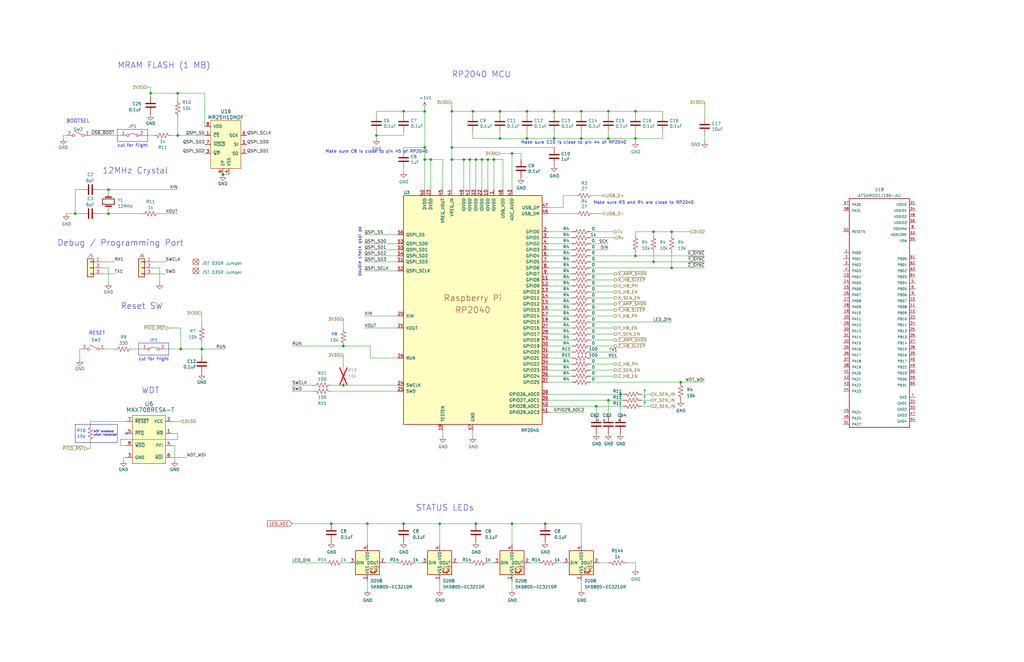
<source format=kicad_sch>
(kicad_sch (version 20230121) (generator eeschema)
  (paper "B")
  (title_block (title "Foras Promineo Payload Interface Board") (rev "B"))
  (junction (at 251.46 171.45))
  (junction (at 205.74 67.31))
  (junction (at 203.2 67.31))
  (junction (at 233.68 58.42))
  (junction (at 63.5 39.37))
  (junction (at 45.72 90.17))
  (junction (at 170.18 220.98))
  (junction (at 74.93 57.15))
  (junction (at 144.78 162.56))
  (junction (at 233.68 46.99))
  (junction (at 179.07 46.99))
  (junction (at 256.54 168.91))
  (junction (at 190.5 67.31))
  (junction (at 195.58 67.31))
  (junction (at 199.39 46.99))
  (junction (at 154.94 220.98))
  (junction (at 76.2 147.32))
  (junction (at 267.97 58.42))
  (junction (at 283.21 97.79))
  (junction (at 85.09 147.32))
  (junction (at 229.87 220.98))
  (junction (at 181.61 67.31))
  (junction (at 139.7 220.98))
  (junction (at 256.54 58.42))
  (junction (at 185.42 220.98))
  (junction (at 208.28 67.31))
  (junction (at 222.25 58.42))
  (junction (at 198.12 67.31))
  (junction (at 245.11 46.99))
  (junction (at 267.97 107.95))
  (junction (at 275.59 97.79))
  (junction (at 179.07 62.23))
  (junction (at 45.72 80.01))
  (junction (at 190.5 46.99))
  (junction (at 261.62 166.37))
  (junction (at 215.9 64.77))
  (junction (at 210.82 58.42))
  (junction (at 210.82 46.99))
  (junction (at 144.78 146.05))
  (junction (at 245.11 58.42))
  (junction (at 190.5 62.23))
  (junction (at 222.25 46.99))
  (junction (at 267.97 46.99))
  (junction (at 158.75 57.15))
  (junction (at 170.18 46.99))
  (junction (at 93.98 73.66))
  (junction (at 200.66 67.31))
  (junction (at 200.66 220.98))
  (junction (at 74.93 39.37))
  (junction (at 283.21 113.03))
  (junction (at 179.07 67.31))
  (junction (at 275.59 110.49))
  (junction (at 215.9 220.98))
  (junction (at 256.54 46.99))
  (junction (at 31.75 90.17))
  (junction (at 287.02 161.29))
  (no_connect (at 53.34 182.88))
  (wire (pts (xy 264.16 237.49) (xy 267.97 237.49)))
  (wire (pts (xy 231.14 105.41) (xy 241.3 105.41)))
  (wire (pts (xy 267.97 106.68) (xy 267.97 107.95)))
  (wire (pts (xy 231.14 140.97) (xy 241.3 140.97)))
  (wire (pts (xy 231.14 161.29) (xy 241.3 161.29)))
  (wire (pts (xy 248.92 113.03) (xy 283.21 113.03)))
  (wire (pts (xy 248.92 148.59) (xy 260.35 148.59)))
  (wire (pts (xy 283.21 97.79) (xy 283.21 99.06)))
  (wire (pts (xy 123.19 237.49) (xy 137.16 237.49)))
  (wire (pts (xy 208.28 67.31) (xy 208.28 80.01)))
  (wire (pts (xy 231.14 133.35) (xy 241.3 133.35)))
  (wire (pts (xy 233.68 48.26) (xy 233.68 46.99)))
  (wire (pts (xy 231.14 125.73) (xy 241.3 125.73)))
  (wire (pts (xy 231.14 113.03) (xy 241.3 113.03)))
  (wire (pts (xy 231.14 151.13) (xy 241.3 151.13)))
  (wire (pts (xy 248.92 125.73) (xy 259.08 125.73)))
  (wire (pts (xy 222.25 55.88) (xy 222.25 58.42)))
  (wire (pts (xy 27.94 90.17) (xy 31.75 90.17)))
  (polyline (pts (xy 49.53 179.07) (xy 49.53 186.69)))
  (wire (pts (xy 50.8 185.42) (xy 74.93 185.42)))
  (wire (pts (xy 234.95 237.49) (xy 237.49 237.49)))
  (wire (pts (xy 267.97 46.99) (xy 279.4 46.99)))
  (wire (pts (xy 231.14 90.17) (xy 242.57 90.17)))
  (wire (pts (xy 251.46 171.45) (xy 251.46 175.26)))
  (wire (pts (xy 153.67 105.41) (xy 167.64 105.41)))
  (wire (pts (xy 205.74 80.01) (xy 205.74 67.31)))
  (wire (pts (xy 85.09 144.78) (xy 85.09 147.32)))
  (wire (pts (xy 248.92 151.13) (xy 260.35 151.13)))
  (wire (pts (xy 186.69 67.31) (xy 181.61 67.31)))
  (wire (pts (xy 170.18 63.5) (xy 170.18 62.23)))
  (wire (pts (xy 158.75 55.88) (xy 158.75 57.15)))
  (wire (pts (xy 71.12 138.43) (xy 76.2 138.43)))
  (wire (pts (xy 144.78 134.62) (xy 144.78 138.43)))
  (wire (pts (xy 64.77 115.57) (xy 69.85 115.57)))
  (wire (pts (xy 270.51 168.91) (xy 274.32 168.91)))
  (wire (pts (xy 55.88 147.32) (xy 59.69 147.32)))
  (wire (pts (xy 250.19 82.55) (xy 254 82.55)))
  (wire (pts (xy 231.14 102.87) (xy 241.3 102.87)))
  (wire (pts (xy 208.28 67.31) (xy 212.09 67.31)))
  (wire (pts (xy 248.92 123.19) (xy 259.08 123.19)))
  (polyline (pts (xy 58.42 144.78) (xy 71.12 144.78)))
  (wire (pts (xy 38.1 177.8) (xy 53.34 177.8)))
  (wire (pts (xy 199.39 46.99) (xy 210.82 46.99)))
  (wire (pts (xy 45.72 113.03) (xy 45.72 119.38)))
  (wire (pts (xy 231.14 171.45) (xy 251.46 171.45)))
  (wire (pts (xy 179.07 62.23) (xy 179.07 67.31)))
  (wire (pts (xy 139.7 162.56) (xy 144.78 162.56)))
  (wire (pts (xy 52.07 193.04) (xy 53.34 193.04)))
  (polyline (pts (xy 49.53 54.61) (xy 62.23 54.61)))
  (wire (pts (xy 270.51 171.45) (xy 274.32 171.45)))
  (wire (pts (xy 170.18 62.23) (xy 179.07 62.23)))
  (wire (pts (xy 38.1 57.15) (xy 50.8 57.15)))
  (wire (pts (xy 248.92 161.29) (xy 287.02 161.29)))
  (wire (pts (xy 60.96 57.15) (xy 64.77 57.15)))
  (wire (pts (xy 222.25 58.42) (xy 210.82 58.42)))
  (wire (pts (xy 63.5 40.64) (xy 63.5 39.37)))
  (wire (pts (xy 231.14 158.75) (xy 241.3 158.75)))
  (wire (pts (xy 223.52 237.49) (xy 227.33 237.49)))
  (wire (pts (xy 279.4 58.42) (xy 279.4 55.88)))
  (wire (pts (xy 248.92 120.65) (xy 259.08 120.65)))
  (wire (pts (xy 162.56 237.49) (xy 167.64 237.49)))
  (wire (pts (xy 38.1 189.23) (xy 38.1 186.69)))
  (wire (pts (xy 195.58 80.01) (xy 195.58 67.31)))
  (wire (pts (xy 185.42 245.11) (xy 185.42 248.92)))
  (wire (pts (xy 62.23 36.83) (xy 63.5 36.83)))
  (wire (pts (xy 73.66 187.96) (xy 72.39 187.96)))
  (wire (pts (xy 44.45 147.32) (xy 48.26 147.32)))
  (wire (pts (xy 245.11 46.99) (xy 256.54 46.99)))
  (polyline (pts (xy 31.75 179.07) (xy 49.53 179.07)))
  (wire (pts (xy 267.97 97.79) (xy 267.97 99.06)))
  (wire (pts (xy 231.14 166.37) (xy 261.62 166.37)))
  (wire (pts (xy 212.09 80.01) (xy 212.09 67.31)))
  (wire (pts (xy 199.39 181.61) (xy 199.39 184.15)))
  (wire (pts (xy 41.91 80.01) (xy 45.72 80.01)))
  (wire (pts (xy 205.74 67.31) (xy 208.28 67.31)))
  (wire (pts (xy 74.93 57.15) (xy 86.36 57.15)))
  (wire (pts (xy 200.66 67.31) (xy 203.2 67.31)))
  (wire (pts (xy 86.36 39.37) (xy 86.36 53.34)))
  (wire (pts (xy 72.39 57.15) (xy 74.93 57.15)))
  (wire (pts (xy 167.64 99.06) (xy 153.67 99.06)))
  (wire (pts (xy 153.67 110.49) (xy 167.64 110.49)))
  (wire (pts (xy 186.69 181.61) (xy 186.69 184.15)))
  (wire (pts (xy 199.39 55.88) (xy 199.39 58.42)))
  (wire (pts (xy 275.59 106.68) (xy 275.59 110.49)))
  (wire (pts (xy 256.54 46.99) (xy 267.97 46.99)))
  (wire (pts (xy 179.07 46.99) (xy 179.07 62.23)))
  (wire (pts (xy 250.19 90.17) (xy 254 90.17)))
  (wire (pts (xy 231.14 120.65) (xy 241.3 120.65)))
  (wire (pts (xy 215.9 245.11) (xy 215.9 248.92)))
  (wire (pts (xy 219.71 64.77) (xy 215.9 64.77)))
  (wire (pts (xy 93.98 73.66) (xy 96.52 73.66)))
  (wire (pts (xy 33.655 147.32) (xy 33.655 151.765)))
  (wire (pts (xy 261.62 166.37) (xy 262.89 166.37)))
  (wire (pts (xy 52.07 193.04) (xy 52.07 194.31)))
  (wire (pts (xy 154.94 220.98) (xy 154.94 229.87)))
  (wire (pts (xy 190.5 46.99) (xy 199.39 46.99)))
  (wire (pts (xy 231.14 168.91) (xy 256.54 168.91)))
  (wire (pts (xy 45.72 90.17) (xy 59.69 90.17)))
  (wire (pts (xy 200.66 220.98) (xy 215.9 220.98)))
  (polyline (pts (xy 62.23 54.61) (xy 62.23 59.69)))
  (wire (pts (xy 215.9 220.98) (xy 215.9 229.87)))
  (wire (pts (xy 190.5 67.31) (xy 195.58 67.31)))
  (wire (pts (xy 270.51 166.37) (xy 274.32 166.37)))
  (wire (pts (xy 170.18 48.26) (xy 170.18 46.99)))
  (wire (pts (xy 210.82 55.88) (xy 210.82 58.42)))
  (wire (pts (xy 158.75 48.26) (xy 158.75 46.99)))
  (wire (pts (xy 144.78 146.05) (xy 156.21 146.05)))
  (wire (pts (xy 248.92 105.41) (xy 256.54 105.41)))
  (wire (pts (xy 237.49 82.55) (xy 242.57 82.55)))
  (wire (pts (xy 231.14 128.27) (xy 241.3 128.27)))
  (wire (pts (xy 231.14 110.49) (xy 241.3 110.49)))
  (wire (pts (xy 231.14 153.67) (xy 241.3 153.67)))
  (wire (pts (xy 170.18 71.12) (xy 170.18 72.39)))
  (polyline (pts (xy 58.42 149.86) (xy 58.42 144.78)))
  (wire (pts (xy 74.93 185.42) (xy 74.93 182.88)))
  (wire (pts (xy 74.93 39.37) (xy 86.36 39.37)))
  (wire (pts (xy 76.2 147.32) (xy 85.09 147.32)))
  (wire (pts (xy 170.18 57.15) (xy 170.18 55.88)))
  (wire (pts (xy 256.54 48.26) (xy 256.54 46.99)))
  (wire (pts (xy 34.29 90.17) (xy 31.75 90.17)))
  (wire (pts (xy 139.7 220.98) (xy 154.94 220.98)))
  (wire (pts (xy 167.64 151.13) (xy 156.21 151.13)))
  (wire (pts (xy 229.87 220.98) (xy 245.11 220.98)))
  (wire (pts (xy 31.75 80.01) (xy 31.75 90.17)))
  (wire (pts (xy 186.69 80.01) (xy 186.69 67.31)))
  (wire (pts (xy 245.11 48.26) (xy 245.11 46.99)))
  (wire (pts (xy 179.07 67.31) (xy 179.07 80.01)))
  (wire (pts (xy 267.97 58.42) (xy 267.97 59.69)))
  (wire (pts (xy 190.5 43.18) (xy 190.5 46.99)))
  (wire (pts (xy 123.19 162.56) (xy 132.08 162.56)))
  (wire (pts (xy 245.11 55.88) (xy 245.11 58.42)))
  (wire (pts (xy 233.68 46.99) (xy 245.11 46.99)))
  (wire (pts (xy 267.97 58.42) (xy 279.4 58.42)))
  (wire (pts (xy 193.04 237.49) (xy 198.12 237.49)))
  (wire (pts (xy 43.18 113.03) (xy 45.72 113.03)))
  (wire (pts (xy 248.92 107.95) (xy 267.97 107.95)))
  (wire (pts (xy 158.75 57.15) (xy 170.18 57.15)))
  (wire (pts (xy 185.42 220.98) (xy 200.66 220.98)))
  (wire (pts (xy 76.2 177.8) (xy 72.39 177.8)))
  (wire (pts (xy 85.09 147.32) (xy 95.25 147.32)))
  (wire (pts (xy 170.18 46.99) (xy 179.07 46.99)))
  (wire (pts (xy 267.97 48.26) (xy 267.97 46.99)))
  (wire (pts (xy 74.93 49.53) (xy 74.93 57.15)))
  (wire (pts (xy 231.14 148.59) (xy 241.3 148.59)))
  (wire (pts (xy 63.5 39.37) (xy 74.93 39.37)))
  (wire (pts (xy 123.19 146.05) (xy 144.78 146.05)))
  (polyline (pts (xy 49.53 186.69) (xy 31.75 186.69)))
  (wire (pts (xy 283.21 113.03) (xy 297.18 113.03)))
  (wire (pts (xy 85.09 149.86) (xy 85.09 147.32)))
  (wire (pts (xy 203.2 80.01) (xy 203.2 67.31)))
  (wire (pts (xy 231.14 138.43) (xy 241.3 138.43)))
  (wire (pts (xy 231.14 143.51) (xy 241.3 143.51)))
  (wire (pts (xy 231.14 156.21) (xy 241.3 156.21)))
  (polyline (pts (xy 31.75 186.69) (xy 31.75 179.07)))
  (wire (pts (xy 210.82 46.99) (xy 222.25 46.99)))
  (wire (pts (xy 38.1 179.07) (xy 38.1 177.8)))
  (wire (pts (xy 233.68 58.42) (xy 222.25 58.42)))
  (wire (pts (xy 248.92 156.21) (xy 259.08 156.21)))
  (wire (pts (xy 210.82 48.26) (xy 210.82 46.99)))
  (wire (pts (xy 248.92 110.49) (xy 275.59 110.49)))
  (wire (pts (xy 267.97 107.95) (xy 297.18 107.95)))
  (wire (pts (xy 198.12 80.01) (xy 198.12 67.31)))
  (wire (pts (xy 248.92 140.97) (xy 259.08 140.97)))
  (wire (pts (xy 190.5 46.99) (xy 190.5 62.23)))
  (wire (pts (xy 248.92 143.51) (xy 259.08 143.51)))
  (wire (pts (xy 195.58 67.31) (xy 198.12 67.31)))
  (wire (pts (xy 210.82 58.42) (xy 199.39 58.42)))
  (wire (pts (xy 74.93 39.37) (xy 74.93 41.91)))
  (wire (pts (xy 231.14 87.63) (xy 237.49 87.63)))
  (wire (pts (xy 64.77 113.03) (xy 67.31 113.03)))
  (wire (pts (xy 248.92 115.57) (xy 259.08 115.57)))
  (polyline (pts (xy 58.42 149.86) (xy 71.12 149.86)))
  (wire (pts (xy 144.78 237.49) (xy 147.32 237.49)))
  (wire (pts (xy 158.75 57.15) (xy 158.75 58.42)))
  (wire (pts (xy 153.67 102.87) (xy 167.64 102.87)))
  (wire (pts (xy 203.2 67.31) (xy 205.74 67.31)))
  (wire (pts (xy 181.61 67.31) (xy 179.07 67.31)))
  (wire (pts (xy 85.09 132.08) (xy 85.09 137.16)))
  (wire (pts (xy 287.02 161.29) (xy 297.18 161.29)))
  (wire (pts (xy 45.72 81.28) (xy 45.72 80.01)))
  (wire (pts (xy 76.2 138.43) (xy 76.2 147.32)))
  (wire (pts (xy 45.72 88.9) (xy 45.72 90.17)))
  (wire (pts (xy 275.59 97.79) (xy 283.21 97.79)))
  (wire (pts (xy 245.11 58.42) (xy 233.68 58.42)))
  (wire (pts (xy 231.14 146.05) (xy 241.3 146.05)))
  (wire (pts (xy 267.97 237.49) (xy 267.97 240.03)))
  (wire (pts (xy 248.92 118.11) (xy 259.08 118.11)))
  (wire (pts (xy 45.72 80.01) (xy 74.93 80.01)))
  (wire (pts (xy 248.92 135.89) (xy 283.21 135.89)))
  (wire (pts (xy 231.14 97.79) (xy 241.3 97.79)))
  (wire (pts (xy 297.18 43.18) (xy 297.18 49.53)))
  (wire (pts (xy 190.5 62.23) (xy 190.5 67.31)))
  (wire (pts (xy 64.77 110.49) (xy 69.85 110.49)))
  (wire (pts (xy 215.9 220.98) (xy 229.87 220.98)))
  (wire (pts (xy 190.5 80.01) (xy 190.5 67.31)))
  (wire (pts (xy 154.94 245.11) (xy 154.94 248.92)))
  (wire (pts (xy 248.92 133.35) (xy 259.08 133.35)))
  (wire (pts (xy 78.74 193.04) (xy 72.39 193.04)))
  (wire (pts (xy 50.8 187.96) (xy 53.34 187.96)))
  (wire (pts (xy 248.92 146.05) (xy 259.08 146.05)))
  (wire (pts (xy 231.14 118.11) (xy 241.3 118.11)))
  (wire (pts (xy 200.66 80.01) (xy 200.66 67.31)))
  (wire (pts (xy 181.61 80.01) (xy 181.61 67.31)))
  (wire (pts (xy 179.07 45.72) (xy 179.07 46.99)))
  (wire (pts (xy 33.655 147.32) (xy 34.29 147.32)))
  (wire (pts (xy 256.54 168.91) (xy 256.54 175.26)))
  (wire (pts (xy 123.19 165.1) (xy 132.08 165.1)))
  (wire (pts (xy 123.19 220.98) (xy 139.7 220.98)))
  (wire (pts (xy 153.67 133.35) (xy 167.64 133.35)))
  (wire (pts (xy 248.92 153.67) (xy 259.08 153.67)))
  (wire (pts (xy 69.85 147.32) (xy 76.2 147.32)))
  (wire (pts (xy 231.14 173.99) (xy 246.38 173.99)))
  (wire (pts (xy 275.59 97.79) (xy 275.59 99.06)))
  (wire (pts (xy 205.74 237.49) (xy 208.28 237.49)))
  (wire (pts (xy 231.14 115.57) (xy 241.3 115.57)))
  (wire (pts (xy 231.14 123.19) (xy 241.3 123.19)))
  (wire (pts (xy 267.97 97.79) (xy 275.59 97.79)))
  (wire (pts (xy 158.75 46.99) (xy 170.18 46.99)))
  (wire (pts (xy 233.68 55.88) (xy 233.68 58.42)))
  (wire (pts (xy 256.54 58.42) (xy 267.97 58.42)))
  (wire (pts (xy 185.42 220.98) (xy 185.42 229.87)))
  (wire (pts (xy 245.11 220.98) (xy 245.11 229.87)))
  (polyline (pts (xy 49.53 59.69) (xy 62.23 59.69)))
  (wire (pts (xy 199.39 48.26) (xy 199.39 46.99)))
  (wire (pts (xy 72.39 182.88) (xy 74.93 182.88)))
  (wire (pts (xy 50.8 187.96) (xy 50.8 185.42)))
  (wire (pts (xy 248.92 158.75) (xy 259.08 158.75)))
  (wire (pts (xy 231.14 130.81) (xy 241.3 130.81)))
  (wire (pts (xy 170.18 220.98) (xy 185.42 220.98)))
  (wire (pts (xy 26.67 57.15) (xy 26.67 58.42)))
  (wire (pts (xy 215.9 64.77) (xy 215.9 80.01)))
  (wire (pts (xy 256.54 168.91) (xy 262.89 168.91)))
  (polyline (pts (xy 71.12 144.78) (xy 71.12 149.86)))
  (wire (pts (xy 219.71 67.31) (xy 219.71 64.77)))
  (wire (pts (xy 73.66 187.96) (xy 73.66 194.31)))
  (wire (pts (xy 48.26 115.57) (xy 43.18 115.57)))
  (wire (pts (xy 261.62 166.37) (xy 261.62 175.26)))
  (wire (pts (xy 156.21 146.05) (xy 156.21 151.13)))
  (wire (pts (xy 251.46 171.45) (xy 262.89 171.45)))
  (wire (pts (xy 275.59 110.49) (xy 297.18 110.49)))
  (wire (pts (xy 34.29 80.01) (xy 31.75 80.01)))
  (wire (pts (xy 48.26 110.49) (xy 43.18 110.49)))
  (wire (pts (xy 231.14 107.95) (xy 241.3 107.95)))
  (wire (pts (xy 279.4 48.26) (xy 279.4 46.99)))
  (wire (pts (xy 248.92 130.81) (xy 259.08 130.81)))
  (wire (pts (xy 222.25 46.99) (xy 233.68 46.99)))
  (wire (pts (xy 231.14 135.89) (xy 241.3 135.89)))
  (wire (pts (xy 256.54 58.42) (xy 245.11 58.42)))
  (wire (pts (xy 144.78 162.56) (xy 167.64 162.56)))
  (wire (pts (xy 267.97 55.88) (xy 267.97 58.42)))
  (wire (pts (xy 248.92 138.43) (xy 259.08 138.43)))
  (wire (pts (xy 231.14 100.33) (xy 241.3 100.33)))
  (wire (pts (xy 245.11 245.11) (xy 245.11 248.92)))
  (wire (pts (xy 283.21 97.79) (xy 290.83 97.79)))
  (wire (pts (xy 175.26 237.49) (xy 177.8 237.49)))
  (wire (pts (xy 154.94 220.98) (xy 170.18 220.98)))
  (wire (pts (xy 283.21 106.68) (xy 283.21 113.03)))
  (wire (pts (xy 144.78 149.86) (xy 144.78 154.94)))
  (polyline (pts (xy 49.53 59.69) (xy 49.53 54.61)))
  (wire (pts (xy 26.67 57.15) (xy 27.94 57.15)))
  (wire (pts (xy 63.5 36.83) (xy 63.5 39.37)))
  (wire (pts (xy 252.73 237.49) (xy 256.54 237.49)))
  (wire (pts (xy 248.92 102.87) (xy 256.54 102.87)))
  (wire (pts (xy 67.31 113.03) (xy 67.31 119.38)))
  (wire (pts (xy 237.49 82.55) (xy 237.49 87.63)))
  (wire (pts (xy 248.92 97.79) (xy 259.08 97.79)))
  (wire (pts (xy 248.92 128.27) (xy 259.08 128.27)))
  (wire (pts (xy 36.83 189.23) (xy 38.1 189.23)))
  (wire (pts (xy 167.64 114.3) (xy 153.67 114.3)))
  (wire (pts (xy 256.54 55.88) (xy 256.54 58.42)))
  (wire (pts (xy 153.67 138.43) (xy 167.64 138.43)))
  (wire (pts (xy 297.18 57.15) (xy 297.18 59.69)))
  (wire (pts (xy 41.91 90.17) (xy 45.72 90.17)))
  (wire (pts (xy 198.12 67.31) (xy 200.66 67.31)))
  (wire (pts (xy 222.25 48.26) (xy 222.25 46.99)))
  (wire (pts (xy 153.67 107.95) (xy 167.64 107.95)))
  (wire (pts (xy 67.31 90.17) (xy 74.93 90.17)))
  (wire (pts (xy 139.7 165.1) (xy 167.64 165.1)))
  (wire (pts (xy 248.92 100.33) (xy 259.08 100.33)))
  (wire (pts (xy 210.82 64.77) (xy 215.9 64.77)))
  (wire (pts (xy 190.5 62.23) (xy 233.68 62.23)))
  (text "cut for flight" (at 49.53 62.23 0) (effects (font (size 1.27 1.27)) (justify left bottom)))
  (text "RESET" (at 37.465 141.605 0) (effects (font (size 1.4986 1.4986)) (justify left bottom)))
  (text "12MHz Crystal" (at 43.18 73.66 0) (effects (font (size 2.54 2.54)) (justify left bottom)))
  (text "Debug / Programming Port" (at 24.13 104.14 0) (effects (font (size 2.54 2.54)) (justify left bottom)))
  (text "WDT enabled\nwhen installed" (at 39.37 184.15 0) (effects (font (size 0.889 0.889)) (justify left bottom)))
  (text "double check qspi po" (at 152.4 116.84 90) (effects (font (size 1.27 1.27)) (justify left bottom)))
  (text "MRAM FLASH (1 MB)" (at 49.53 29.21 0) (effects (font (size 2.54 2.54)) (justify left bottom)))
  (text "Reset SW" (at 50.8 130.81 0) (effects (font (size 2.54 2.54)) (justify left bottom)))
  (text "WDT" (at 59.69 166.37 0) (effects (font (size 2.54 2.54)) (justify left bottom)))
  (text "Make sure C8 is close to pin 45 of RP2040" (at 137.16 64.77 0) (effects (font (size 1.27 1.27)) (justify left bottom)))
  (text "Make sure R3 and R4 are close to RP2040" (at 250.19 86.36 0) (effects (font (size 1.27 1.27)) (justify left bottom)))
  (text "BOOTSEL" (at 27.94 52.07 0) (effects (font (size 1.4986 1.4986)) (justify left bottom)))
  (text "RP2040 MCU" (at 190.5 33.02 0) (effects (font (size 2.54 2.54)) (justify left bottom)))
  (text "STATUS LEDs" (at 175.26 215.9 0) (effects (font (size 2.54 2.54)) (justify left bottom)))
  (text "cut for flight" (at 58.42 152.4 0) (effects (font (size 1.27 1.27)) (justify left bottom)))
  (text "Make sure C10 is close to pin 44 of RP2040" (at 219.71 60.96 0) (effects (font (size 1.27 1.27)) (justify left bottom)))
  (label "QSPI_SD1" (at 104.14 64.77 0))
  (label "XIN" (at 74.93 80.01 180))
  (label "SWD" (at 123.19 165.1 0))
  (label "WDT_WDI" (at 78.74 193.04 0))
  (label "RUN" (at 123.19 146.05 0))
  (label "QSPI_SS" (at 86.36 57.15 180))
  (label "DIN" (at 256.54 105.41 180))
  (label "LED_DIN" (at 123.19 237.49 0))
  (label "RX1" (at 260.35 151.13 180))
  (label "SCK" (at 256.54 102.87 180))
  (label "XIN" (at 153.67 133.35 0))
  (label "~{USB_BOOT}" (at 48.26 57.15 180))
  (label "~{X_SYNC}" (at 297.18 107.95 180))
  (label "GPIO29_ADC3" (at 246.38 173.99 180))
  (label "RUN" (at 95.25 147.32 180))
  (label "TX1" (at 260.35 148.59 180))
  (label "RX1" (at 48.26 110.49 0))
  (label "TX1" (at 48.26 115.57 0))
  (label "XOUT" (at 74.93 90.17 180))
  (label "SWCLK" (at 69.85 110.49 0))
  (label "XOUT" (at 153.67 138.43 0))
  (label "WDT_WDI" (at 297.18 161.29 180))
  (label "LED_DIN" (at 283.21 135.89 180))
  (label "QSPI_SD2" (at 86.36 64.77 180))
  (label "~{Z_SYNC}" (at 297.18 113.03 180))
  (label "QSPI_SD1" (at 153.67 105.41 0))
  (label "QSPI_SD2" (at 153.67 107.95 0))
  (label "QSPI_SD0" (at 104.14 60.96 0))
  (label "QSPI_SCLK" (at 153.67 114.3 0))
  (label "QSPI_SD3" (at 86.36 60.96 180))
  (label "~{Y_SYNC}" (at 297.18 110.49 180))
  (label "SWCLK" (at 123.19 162.56 0))
  (label "QSPI_SS" (at 153.67 99.06 0))
  (label "QSPI_SD0" (at 153.67 102.87 0))
  (label "SWD" (at 69.85 115.57 0))
  (label "QSPI_SCLK" (at 104.14 57.15 0))
  (label "QSPI_SD3" (at 153.67 110.49 0))
  (global_label "LED_VCC" (shape input) (at 123.19 220.98 180) (property "Intersheetrefs" "${INTERSHEET_REFS}" (effects hide)))
  (hierarchical_label "Z_HB_PH" (shape output) (at 259.08 153.67 0))
  (hierarchical_label "X_SEN_IN" (shape input) (at 274.32 166.37 0))
  (hierarchical_label "3V3A" (shape input) (at 210.82 64.77 180))
  (hierarchical_label "~{Z_AMP_SHDN}" (shape output) (at 259.08 143.51 0))
  (hierarchical_label "~{PICO_RST}" (shape input) (at 71.12 138.43 180))
  (hierarchical_label "Tx" (shape output) (at 259.08 97.79 0))
  (hierarchical_label "X_SEN_EN" (shape output) (at 259.08 125.73 0))
  (hierarchical_label "3V3D" (shape input) (at 62.23 36.83 180))
  (hierarchical_label "3V3D" (shape input) (at 144.78 149.86 180))
  (hierarchical_label "~{PICO_RST}" (shape input) (at 36.83 189.23 180))
  (hierarchical_label "~{X_HB_SLEEP}" (shape output) (at 259.08 118.11 0))
  (hierarchical_label "Y_SEN_IN" (shape input) (at 274.32 168.91 0))
  (hierarchical_label "3V3D" (shape input) (at 297.18 43.18 180))
  (hierarchical_label "Z_SEN_EN" (shape output) (at 259.08 156.21 0))
  (hierarchical_label "3V3D" (shape input) (at 290.83 97.79 0))
  (hierarchical_label "X_HB_PH" (shape output) (at 259.08 120.65 0))
  (hierarchical_label "Y_HB_EN" (shape output) (at 259.08 138.43 0))
  (hierarchical_label "3V3D" (shape input) (at 144.78 134.62 180))
  (hierarchical_label "~{X_AMP_SHDN}" (shape output) (at 259.08 115.57 0))
  (hierarchical_label "Y_HB_PH" (shape output) (at 259.08 133.35 0))
  (hierarchical_label "USB_D-" (shape bidirectional) (at 254 90.17 0))
  (hierarchical_label "Rx" (shape input) (at 259.08 100.33 0))
  (hierarchical_label "3V3D" (shape input) (at 85.09 132.08 180))
  (hierarchical_label "USB_D+" (shape bidirectional) (at 254 82.55 0))
  (hierarchical_label "~{Y_AMP_SHDN}" (shape output) (at 259.08 128.27 0))
  (hierarchical_label "~{Y_HB_SLEEP}" (shape output) (at 259.08 130.81 0))
  (hierarchical_label "Y_SEN_EN" (shape output) (at 259.08 140.97 0))
  (hierarchical_label "X_HB_EN" (shape output) (at 259.08 123.19 0))
  (hierarchical_label "3V3D" (shape input) (at 190.5 43.18 180))
  (hierarchical_label "Z_HB_EN" (shape output) (at 259.08 158.75 0))
  (hierarchical_label "Z_SEN_IN" (shape input) (at 274.32 171.45 0))
  (hierarchical_label "~{Z_HB_SLEEP}" (shape output) (at 259.08 146.05 0))
  (hierarchical_label "3V3D" (shape input) (at 76.2 177.8 0))
  (symbol (lib_id "Device:R_US") (at 245.11 113.03 270) (unit 1)
    (property "Reference" "R4" (at 238.76 111.76 90))
    (property "Value" "0" (at 250.19 111.76 90))
    (property "Footprint" "Resistor_SMD:R_0603_1608Metric" (effects hide))
    (instances (project "RP2040_minimal" (path "" (reference "R4") (unit 1))) (project "payload-interface-board" (path "" (reference "R4") (unit 1)) (path "" (reference "R92") (unit 1))))
  )
  (symbol (lib_id "Device:R_US") (at 63.5 90.17 90) (unit 1)
    (property "Reference" "R11" (at 63.5 85.09 90))
    (property "Value" "1k" (at 63.5 87.63 90))
    (property "Footprint" "Resistor_SMD:R_0402_1005Metric" (effects hide))
    (instances (project "payload-interface-board" (path "" (reference "R11") (unit 1)) (path "" (reference "R11") (unit 1)) (path "" (reference "R81") (unit 1))))
  )
  (symbol (lib_id "FP-Interface-Card:SK6812-EC321F_4") (at 215.9 237.49 0) (unit 1)
    (property "Reference" "D208" (at 219.71 245.11 0))
    (property "Value" "SK6805-EC3210R" (at 226.06 247.65 0))
    (property "Footprint" "payload-interface-board:SK6812-EC3210F-RA" (effects hide))
    (property "Datasheet" "https://cdn-shop.adafruit.com/product-files/1138/SK6812+LED+datasheet+.pdf" (effects hide))
    (instances (project "backplane" (path "" (reference "D208") (unit 1))) (project "payload-interface-board" (path "" (reference "D2") (unit 1)) (path "" (reference "D208") (unit 1)) (path "" (reference "D12") (unit 1))))
  )
  (symbol (lib_id "Device:C") (at 210.82 52.07 0) (unit 1)
    (property "Reference" "C11" (at 213.741 50.9016 0) (effects (justify left)))
    (property "Value" "0.1uF" (at 213.741 53.213 0) (effects (justify left)))
    (property "Footprint" "Capacitor_SMD:C_0402_1005Metric" (effects hide))
    (property "Description" "CAP CER 0.1UF 50V X7R 0402" (effects hide))
    (property "Manufacturer" "TDK" (effects hide))
    (property "Mfr. Part No" "CGA2B3X7R1H104K050BE" (effects hide))
    (instances (project "RP2040_minimal" (path "" (reference "C11") (unit 1))) (project "payload-interface-board" (path "" (reference "C11") (unit 1)) (path "" (reference "C37") (unit 1))))
  )
  (symbol (lib_id "power:GND") (at 27.94 90.17 0) (unit 1)
    (property "Reference" "#PWR06" (effects hide))
    (property "Value" "GND" (at 28.067 94.5642 0))
    (instances (project "RP2040_minimal" (path "" (reference "#PWR06") (unit 1))) (project "payload-interface-board" (path "" (reference "#PWR094") (unit 1)) (path "" (reference "#PWR085") (unit 1))))
  )
  (symbol (lib_id "Device:C") (at 251.46 179.07 0) (unit 1)
    (property "Reference" "C62" (at 252.73 175.26 0) (effects (justify right)))
    (property "Value" "?" (at 252.73 177.8 0) (effects (justify right)))
    (instances (project "payload-interface-board" (path "" (reference "C62") (unit 1)) (path "" (reference "C51") (unit 1))))
  )
  (symbol (lib_id "Device:R_US") (at 245.11 97.79 270) (unit 1)
    (property "Reference" "R4" (at 238.76 96.52 90))
    (property "Value" "0" (at 250.19 96.52 90))
    (property "Footprint" "Resistor_SMD:R_0603_1608Metric" (effects hide))
    (instances (project "RP2040_minimal" (path "" (reference "R4") (unit 1))) (project "payload-interface-board" (path "" (reference "R4") (unit 1)) (path "" (reference "R83") (unit 1))))
  )
  (symbol (lib_id "Device:R_US") (at 246.38 90.17 270) (unit 1)
    (property "Reference" "R4" (at 246.38 84.9122 90))
    (property "Value" "27" (at 246.38 87.2236 90))
    (property "Footprint" "Capacitor_SMD:C_0402_1005Metric" (effects hide))
    (instances (project "RP2040_minimal" (path "" (reference "R4") (unit 1))) (project "payload-interface-board" (path "" (reference "R4") (unit 1)) (path "" (reference "R82") (unit 1))))
  )
  (symbol (lib_id "Device:C") (at 219.71 71.12 0) (unit 1)
    (property "Reference" "C9" (at 222.631 69.9516 0) (effects (justify left)))
    (property "Value" "0.1uF" (at 222.631 72.263 0) (effects (justify left)))
    (property "Footprint" "Capacitor_SMD:C_0402_1005Metric" (effects hide))
    (property "Description" "CAP CER 0.1UF 50V X7R 0402" (effects hide))
    (property "Manufacturer" "TDK" (effects hide))
    (property "Mfr. Part No" "CGA2B3X7R1H104K050BE" (effects hide))
    (instances (project "RP2040_minimal" (path "" (reference "C9") (unit 1))) (project "payload-interface-board" (path "" (reference "C9") (unit 1)) (path "" (reference "C47") (unit 1))))
  )
  (symbol (lib_id "Device:R_US") (at 266.7 166.37 90) (mirror x) (unit 1)
    (property "Reference" "R11" (at 260.35 165.1 90))
    (property "Value" "?" (at 271.78 165.1 90))
    (property "Footprint" "Resistor_SMD:R_0603_1608Metric" (effects hide))
    (instances (project "payload-interface-board" (path "" (reference "R11") (unit 1)) (path "" (reference "R11") (unit 1)) (path "" (reference "R119") (unit 1))))
  )
  (symbol (lib_id "power:GND") (at 67.31 119.38 0) (unit 1)
    (property "Reference" "#PWR037" (effects hide))
    (property "Value" "GND" (effects hide))
    (instances (project "mainboard" (path "" (reference "#PWR037") (unit 1))) (project "payload-interface-board" (path "" (reference "#PWR099") (unit 1)) (path "" (reference "#PWR087") (unit 1))))
  )
  (symbol (lib_id "SierraLobo:ATSAMD51J19A-AU") (at 370.84 132.08 0) (unit 1)
    (property "Reference" "U18" (at 370.84 80.01 0))
    (property "Value" "ATSAMD51J19A-AU" (at 370.84 82.55 0))
    (property "Footprint" "Package_QFP:TQFP-64_10x10mm_P0.5mm" (effects hide))
    (property "Manufacturer" "Microchip Technology" (effects hide))
    (property "Mfr. Part No" "ATSAMD51J19A-AU" (effects hide))
    (property "Description" "IC MCU 32BIT 512KB FLASH 64TQFP" (effects hide))
  )
  (symbol (lib_id "Device:C") (at 85.09 153.67 0) (mirror x) (unit 1)
    (property "Reference" "C12" (at 82.7532 152.5016 0) (effects (justify right)))
    (property "Value" "0.1uF" (at 82.7532 154.813 0) (effects (justify right)))
    (property "Footprint" "Capacitor_SMD:C_0402_1005Metric" (effects hide))
    (property "Mfr. Part No" "CGA2B3X7R1H104K050BE" (effects hide))
    (property "Manufacturer" "TDK" (effects hide))
    (property "Description" "CAP CER 0.1UF 50V X7R 0402" (effects hide))
    (instances (project "mainboard" (path "" (reference "C12") (unit 1))) (project "payload-interface-board" (path "" (reference "C12") (unit 1)) (path "" (reference "C50") (unit 1))))
  )
  (symbol (lib_id "Device:R_US") (at 245.11 161.29 270) (unit 1)
    (property "Reference" "R4" (at 238.76 160.02 90))
    (property "Value" "0" (at 250.19 160.02 90))
    (property "Footprint" "Resistor_SMD:R_0603_1608Metric" (effects hide))
    (instances (project "RP2040_minimal" (path "" (reference "R4") (unit 1))) (project "payload-interface-board" (path "" (reference "R4") (unit 1)) (path "" (reference "R115") (unit 1))))
  )
  (symbol (lib_id "power:GND") (at 93.98 73.66 0) (mirror y) (unit 1)
    (property "Reference" "#PWR033" (effects hide))
    (property "Value" "GND" (at 93.98 77.47 0))
    (instances (project "mainboard" (path "" (reference "#PWR033") (unit 1))) (project "payload-interface-board" (path "" (reference "#PWR090") (unit 1)) (path "" (reference "#PWR083") (unit 1))))
  )
  (symbol (lib_id "Device:R_US") (at 245.11 118.11 270) (unit 1)
    (property "Reference" "R4" (at 238.76 116.84 90))
    (property "Value" "0" (at 250.19 116.84 90))
    (property "Footprint" "Resistor_SMD:R_0603_1608Metric" (effects hide))
    (instances (project "RP2040_minimal" (path "" (reference "R4") (unit 1))) (project "payload-interface-board" (path "" (reference "R4") (unit 1)) (path "" (reference "R94") (unit 1))))
  )
  (symbol (lib_id "Device:R_US") (at 68.58 57.15 90) (mirror x) (unit 1)
    (property "Reference" "R11" (at 68.58 62.23 90))
    (property "Value" "1k" (at 68.58 59.69 90))
    (property "Footprint" "Resistor_SMD:R_0402_1005Metric" (effects hide))
    (instances (project "payload-interface-board" (path "" (reference "R11") (unit 1)) (path "" (reference "R11") (unit 1)) (path "" (reference "R79") (unit 1))))
  )
  (symbol (lib_id "Device:R_US") (at 245.11 123.19 270) (unit 1)
    (property "Reference" "R4" (at 238.76 121.92 90))
    (property "Value" "0" (at 250.19 121.92 90))
    (property "Footprint" "Resistor_SMD:R_0603_1608Metric" (effects hide))
    (instances (project "RP2040_minimal" (path "" (reference "R4") (unit 1))) (project "payload-interface-board" (path "" (reference "R4") (unit 1)) (path "" (reference "R96") (unit 1))))
  )
  (symbol (lib_id "Device:R_US") (at 267.97 102.87 0) (unit 1)
    (property "Reference" "R4" (at 270.51 102.235 0) (effects (justify left)))
    (property "Value" "10k" (at 270.51 104.775 0) (effects (justify left)))
    (property "Footprint" "Resistor_SMD:R_0402_1005Metric" (effects hide))
    (instances (project "RP2040_minimal" (path "" (reference "R4") (unit 1))) (project "payload-interface-board" (path "" (reference "R4") (unit 1)) (path "" (reference "R86") (unit 1))))
  )
  (symbol (lib_id "power:+1V1") (at 179.07 45.72 0) (unit 1)
    (property "Reference" "#PWR014" (effects hide))
    (property "Value" "+1V1" (at 179.451 41.3258 0))
    (instances (project "RP2040_minimal" (path "" (reference "#PWR014") (unit 1))) (project "payload-interface-board" (path "" (reference "#PWR074") (unit 1)) (path "" (reference "#PWR075") (unit 1))))
  )
  (symbol (lib_id "Device:C") (at 199.39 52.07 0) (unit 1)
    (property "Reference" "C9" (at 202.311 50.9016 0) (effects (justify left)))
    (property "Value" "0.1uF" (at 202.311 53.213 0) (effects (justify left)))
    (property "Footprint" "Capacitor_SMD:C_0402_1005Metric" (effects hide))
    (property "Description" "CAP CER 0.1UF 50V X7R 0402" (effects hide))
    (property "Manufacturer" "TDK" (effects hide))
    (property "Mfr. Part No" "CGA2B3X7R1H104K050BE" (effects hide))
    (instances (project "RP2040_minimal" (path "" (reference "C9") (unit 1))) (project "payload-interface-board" (path "" (reference "C9") (unit 1)) (path "" (reference "C36") (unit 1))))
  )
  (symbol (lib_id "Device:C") (at 200.66 224.79 0) (unit 1)
    (property "Reference" "C8" (at 204.47 224.155 0) (effects (justify left)))
    (property "Value" "0.1uF" (at 204.47 226.695 0) (effects (justify left)))
    (property "Footprint" "Capacitor_SMD:C_0402_1005Metric" (effects hide))
    (property "Description" "CAP CER 0.1UF 50V X7R 0402" (effects hide))
    (property "Manufacturer" "TDK" (effects hide))
    (property "Mfr. Part No" "CGA2B3X7R1H104K050BE" (effects hide))
    (instances (project "payload-interface-board" (path "" (reference "C8") (unit 1)) (path "" (reference "C8") (unit 1)) (path "" (reference "C56") (unit 1))))
  )
  (symbol (lib_id "FP-Interface-Card:SK6812-EC321F_4") (at 154.94 237.49 0) (unit 1)
    (property "Reference" "D208" (at 158.75 245.11 0))
    (property "Value" "SK6805-EC3210R" (at 165.1 247.65 0))
    (property "Footprint" "payload-interface-board:SK6812-EC3210F-RA" (effects hide))
    (property "Datasheet" "https://cdn-shop.adafruit.com/product-files/1138/SK6812+LED+datasheet+.pdf" (effects hide))
    (instances (project "backplane" (path "" (reference "D208") (unit 1))) (project "payload-interface-board" (path "" (reference "D2") (unit 1)) (path "" (reference "D208") (unit 1)) (path "" (reference "D10") (unit 1))))
  )
  (symbol (lib_id "Device:C") (at 170.18 224.79 0) (unit 1)
    (property "Reference" "C8" (at 173.99 224.155 0) (effects (justify left)))
    (property "Value" "0.1uF" (at 173.99 226.695 0) (effects (justify left)))
    (property "Footprint" "Capacitor_SMD:C_0402_1005Metric" (effects hide))
    (property "Description" "CAP CER 0.1UF 50V X7R 0402" (effects hide))
    (property "Manufacturer" "TDK" (effects hide))
    (property "Mfr. Part No" "CGA2B3X7R1H104K050BE" (effects hide))
    (instances (project "payload-interface-board" (path "" (reference "C8") (unit 1)) (path "" (reference "C8") (unit 1)) (path "" (reference "C55") (unit 1))))
  )
  (symbol (lib_id "Device:R_US") (at 231.14 237.49 270) (unit 1)
    (property "Reference" "R14" (at 226.06 236.22 90))
    (property "Value" "1k" (at 234.95 236.22 90))
    (property "Footprint" "Resistor_SMD:R_0402_1005Metric" (effects hide))
    (instances (project "payload-interface-board" (path "" (reference "R14") (unit 1)) (path "" (reference "R14") (unit 1)) (path "" (reference "R126") (unit 1))))
  )
  (symbol (lib_id "Device:R_US") (at 266.7 171.45 90) (mirror x) (unit 1)
    (property "Reference" "R11" (at 260.35 170.18 90))
    (property "Value" "?" (at 271.78 170.18 90))
    (property "Footprint" "Resistor_SMD:R_0603_1608Metric" (effects hide))
    (instances (project "payload-interface-board" (path "" (reference "R11") (unit 1)) (path "" (reference "R11") (unit 1)) (path "" (reference "R121") (unit 1))))
  )
  (symbol (lib_id "power:GND") (at 139.7 228.6 0) (unit 1)
    (property "Reference" "#PWR029" (effects hide))
    (property "Value" "GND" (at 139.827 232.9942 0))
    (instances (project "payload-interface-board" (path "" (reference "#PWR029") (unit 1)) (path "" (reference "#PWR0112") (unit 1)) (path "" (reference "#PWR098") (unit 1))))
  )
  (symbol (lib_id "Device:R_US") (at 245.11 140.97 270) (unit 1)
    (property "Reference" "R4" (at 238.76 139.7 90))
    (property "Value" "0" (at 250.19 139.7 90))
    (property "Footprint" "Resistor_SMD:R_0603_1608Metric" (effects hide))
    (instances (project "RP2040_minimal" (path "" (reference "R4") (unit 1))) (project "payload-interface-board" (path "" (reference "R4") (unit 1)) (path "" (reference "R104") (unit 1))))
  )
  (symbol (lib_id "Device:C") (at 158.75 52.07 0) (unit 1)
    (property "Reference" "C6" (at 161.671 50.9016 0) (effects (justify left)))
    (property "Value" "0.1uF" (at 161.671 53.213 0) (effects (justify left)))
    (property "Footprint" "Capacitor_SMD:C_0402_1005Metric" (effects hide))
    (property "Description" "CAP CER 0.1UF 50V X7R 0402" (effects hide))
    (property "Manufacturer" "TDK" (effects hide))
    (property "Mfr. Part No" "CGA2B3X7R1H104K050BE" (effects hide))
    (instances (project "RP2040_minimal" (path "" (reference "C6") (unit 1))) (project "payload-interface-board" (path "" (reference "C6") (unit 1)) (path "" (reference "C34") (unit 1))))
  )
  (symbol (lib_id "power:GND") (at 215.9 248.92 0) (unit 1)
    (property "Reference" "#PWR031" (effects hide))
    (property "Value" "GND" (at 216.027 253.3142 0))
    (instances (project "payload-interface-board" (path "" (reference "#PWR031") (unit 1)) (path "" (reference "#PWR0121") (unit 1)) (path "" (reference "#PWR0105") (unit 1))))
  )
  (symbol (lib_id "power:GND") (at 233.68 69.85 0) (unit 1)
    (property "Reference" "#PWR018" (effects hide))
    (property "Value" "GND" (at 233.807 74.2442 0))
    (instances (project "RP2040_minimal" (path "" (reference "#PWR018") (unit 1))) (project "payload-interface-board" (path "" (reference "#PWR081") (unit 1)) (path "" (reference "#PWR081") (unit 1))))
  )
  (symbol (lib_id "power:GND") (at 170.18 72.39 0) (unit 1)
    (property "Reference" "#PWR013" (effects hide))
    (property "Value" "GND" (at 170.307 76.7842 0))
    (instances (project "RP2040_minimal" (path "" (reference "#PWR013") (unit 1))) (project "payload-interface-board" (path "" (reference "#PWR082") (unit 1)) (path "" (reference "#PWR082") (unit 1))))
  )
  (symbol (lib_id "Device:R_US") (at 245.11 110.49 270) (unit 1)
    (property "Reference" "R4" (at 238.76 109.22 90))
    (property "Value" "0" (at 250.19 109.22 90))
    (property "Footprint" "Resistor_SMD:R_0603_1608Metric" (effects hide))
    (instances (project "RP2040_minimal" (path "" (reference "R4") (unit 1))) (project "payload-interface-board" (path "" (reference "R4") (unit 1)) (path "" (reference "R91") (unit 1))))
  )
  (symbol (lib_id "Device:R_US") (at 52.07 147.32 90) (unit 1)
    (property "Reference" "R9" (at 52.07 142.24 90))
    (property "Value" "330" (at 52.07 144.78 90))
    (property "Footprint" "Resistor_SMD:R_0603_1608Metric" (effects hide))
    (instances (project "mainboard" (path "" (reference "R9") (unit 1))) (project "payload-interface-board" (path "" (reference "R9") (unit 1)) (path "" (reference "R108") (unit 1))))
  )
  (symbol (lib_id "Device:R_US") (at 140.97 237.49 270) (unit 1)
    (property "Reference" "R14" (at 135.89 236.22 90))
    (property "Value" "1k" (at 144.78 236.22 90))
    (property "Footprint" "Resistor_SMD:R_0402_1005Metric" (effects hide))
    (instances (project "payload-interface-board" (path "" (reference "R14") (unit 1)) (path "" (reference "R14") (unit 1)) (path "" (reference "R123") (unit 1))))
  )
  (symbol (lib_id "Device:Crystal") (at 45.72 85.09 270) (unit 1)
    (property "Reference" "Y1" (at 49.53 84.455 90) (effects (justify left)))
    (property "Value" "12MHz" (at 49.53 86.995 90) (effects (justify left)))
    (property "Manufacturer" "ECS Inc." (effects hide))
    (property "Mfr. Part No" "ECS-120-8-30Q-AES-TR" (effects hide))
    (property "Description" "CRYSTAL 12.0000MHZ 8PF SMD" (effects hide))
  )
  (symbol (lib_id "power:GND") (at 261.62 182.88 0) (unit 1)
    (property "Reference" "#PWR018" (effects hide))
    (property "Value" "GND" (at 261.747 187.2742 0))
    (instances (project "RP2040_minimal" (path "" (reference "#PWR018") (unit 1))) (project "payload-interface-board" (path "" (reference "#PWR0103") (unit 1)) (path "" (reference "#PWR093") (unit 1))))
  )
  (symbol (lib_id "Device:C") (at 38.1 80.01 270) (unit 1)
    (property "Reference" "C2" (at 38.1 73.66 90))
    (property "Value" "6pF" (at 38.1 76.2 90))
    (property "Footprint" "Capacitor_SMD:C_0402_1005Metric" (effects hide))
    (instances (project "RP2040_minimal" (path "" (reference "C2") (unit 1))) (project "payload-interface-board" (path "" (reference "C2") (unit 1)) (path "" (reference "C48") (unit 1))))
  )
  (symbol (lib_id "power:GND") (at 185.42 248.92 0) (unit 1)
    (property "Reference" "#PWR031" (effects hide))
    (property "Value" "GND" (at 185.547 253.3142 0))
    (instances (project "payload-interface-board" (path "" (reference "#PWR031") (unit 1)) (path "" (reference "#PWR0120") (unit 1)) (path "" (reference "#PWR0104") (unit 1))))
  )
  (symbol (lib_id "Device:R_US") (at 245.11 143.51 270) (unit 1)
    (property "Reference" "R4" (at 238.76 142.24 90))
    (property "Value" "0" (at 250.19 142.24 90))
    (property "Footprint" "Resistor_SMD:R_0603_1608Metric" (effects hide))
    (instances (project "RP2040_minimal" (path "" (reference "R4") (unit 1))) (project "payload-interface-board" (path "" (reference "R4") (unit 1)) (path "" (reference "R106") (unit 1))))
  )
  (symbol (lib_id "power:GND") (at 297.18 59.69 0) (unit 1)
    (property "Reference" "#PWR025" (effects hide))
    (property "Value" "GND" (at 293.37 60.96 0))
    (instances (project "RP2040_minimal" (path "" (reference "#PWR025") (unit 1))) (project "payload-interface-board" (path "" (reference "#PWR080") (unit 1)) (path "" (reference "#PWR080") (unit 1))))
  )
  (symbol (lib_id "SierraLobo:MR25H10MDF") (at 95.25 50.8 0) (mirror y) (unit 1)
    (property "Reference" "U16" (at 95.25 46.99 0) (effects (font (size 1.4986 1.4986))))
    (property "Value" "MR25H10MDF" (at 95.25 49.53 0) (effects (font (size 1.4986 1.4986))))
    (property "Footprint" "Package_DFN_QFN:DFN-8-1EP_6x5mm_P1.27mm_EP2x2mm" (effects hide))
    (property "Manufacturer" "Everspin Technologies Inc." (effects hide))
    (property "Mfr. Part No" "MR25H10MDF" (effects hide))
    (property "Description" "IC RAM 1MBIT SPI 40MHZ 8DFN" (effects hide))
  )
  (symbol (lib_id "Device:R_US") (at 245.11 151.13 90) (mirror x) (unit 1)
    (property "Reference" "R11" (at 238.76 149.86 90))
    (property "Value" "100" (at 250.19 149.86 90))
    (property "Footprint" "Resistor_SMD:R_0603_1608Metric" (effects hide))
    (instances (project "payload-interface-board" (path "" (reference "R11") (unit 1)) (path "" (reference "R11") (unit 1)) (path "" (reference "R110") (unit 1))))
  )
  (symbol (lib_id "FP-Interface-Card:SK6812-EC321F_4") (at 185.42 237.49 0) (unit 1)
    (property "Reference" "D208" (at 189.23 245.11 0))
    (property "Value" "SK6805-EC3210R" (at 195.58 247.65 0))
    (property "Footprint" "payload-interface-board:SK6812-EC3210F-RA" (effects hide))
    (property "Datasheet" "https://cdn-shop.adafruit.com/product-files/1138/SK6812+LED+datasheet+.pdf" (effects hide))
    (instances (project "backplane" (path "" (reference "D208") (unit 1))) (project "payload-interface-board" (path "" (reference "D2") (unit 1)) (path "" (reference "D208") (unit 1)) (path "" (reference "D11") (unit 1))))
  )
  (symbol (lib_id "Device:R_US") (at 245.11 133.35 270) (unit 1)
    (property "Reference" "R4" (at 238.76 132.08 90))
    (property "Value" "0" (at 250.19 132.08 90))
    (property "Footprint" "Resistor_SMD:R_0603_1608Metric" (effects hide))
    (instances (project "RP2040_minimal" (path "" (reference "R4") (unit 1))) (project "payload-interface-board" (path "" (reference "R4") (unit 1)) (path "" (reference "R100") (unit 1))))
  )
  (symbol (lib_id "Device:R_US") (at 245.11 102.87 270) (unit 1)
    (property "Reference" "R4" (at 238.76 101.6 90))
    (property "Value" "0" (at 250.19 101.6 90))
    (property "Footprint" "Resistor_SMD:R_0603_1608Metric" (effects hide))
    (instances (project "RP2040_minimal" (path "" (reference "R4") (unit 1))) (project "payload-interface-board" (path "" (reference "R4") (unit 1)) (path "" (reference "R85") (unit 1))))
  )
  (symbol (lib_id "MCU_RaspberryPi_RP2040:RP2040") (at 199.39 130.81 0) (unit 1)
    (property "Reference" "U3" (at 171.45 81.28 0))
    (property "Value" "RP2040" (at 223.52 181.61 0))
    (property "Footprint" "Package_DFN_QFN:QFN-56-1EP_7x7mm_P0.4mm_EP3.2x3.2mm_ThermalVias" (effects hide))
    (instances (project "RP2040_minimal" (path "" (reference "U3") (unit 1))) (project "payload-interface-board" (path "" (reference "U3") (unit 1)) (path "" (reference "U17") (unit 1))))
  )
  (symbol (lib_id "Device:C") (at 229.87 224.79 0) (unit 1)
    (property "Reference" "C8" (at 233.68 224.155 0) (effects (justify left)))
    (property "Value" "0.1uF" (at 233.68 226.695 0) (effects (justify left)))
    (property "Footprint" "Capacitor_SMD:C_0402_1005Metric" (effects hide))
    (property "Description" "CAP CER 0.1UF 50V X7R 0402" (effects hide))
    (property "Manufacturer" "TDK" (effects hide))
    (property "Mfr. Part No" "CGA2B3X7R1H104K050BE" (effects hide))
    (instances (project "payload-interface-board" (path "" (reference "C8") (unit 1)) (path "" (reference "C8") (unit 1)) (path "" (reference "C57") (unit 1))))
  )
  (symbol (lib_id "Device:C") (at 256.54 52.07 0) (unit 1)
    (property "Reference" "C15" (at 259.461 50.9016 0) (effects (justify left)))
    (property "Value" "0.1uF" (at 259.461 53.213 0) (effects (justify left)))
    (property "Footprint" "Capacitor_SMD:C_0402_1005Metric" (effects hide))
    (property "Description" "CAP CER 0.1UF 50V X7R 0402" (effects hide))
    (property "Manufacturer" "TDK" (effects hide))
    (property "Mfr. Part No" "CGA2B3X7R1H104K050BE" (effects hide))
    (instances (project "RP2040_minimal" (path "" (reference "C15") (unit 1))) (project "payload-interface-board" (path "" (reference "C15") (unit 1)) (path "" (reference "C41") (unit 1))))
  )
  (symbol (lib_id "FP-Interface-Card:SK6812-EC321F_4") (at 245.11 237.49 0) (unit 1)
    (property "Reference" "D208" (at 248.92 245.11 0))
    (property "Value" "SK6805-EC3210R" (at 255.27 247.65 0))
    (property "Footprint" "payload-interface-board:SK6812-EC3210F-RA" (effects hide))
    (property "Datasheet" "https://cdn-shop.adafruit.com/product-files/1138/SK6812+LED+datasheet+.pdf" (effects hide))
    (instances (project "backplane" (path "" (reference "D208") (unit 1))) (project "payload-interface-board" (path "" (reference "D2") (unit 1)) (path "" (reference "D208") (unit 1)) (path "" (reference "D13") (unit 1))))
  )
  (symbol (lib_id "power:GND") (at 170.18 228.6 0) (unit 1)
    (property "Reference" "#PWR029" (effects hide))
    (property "Value" "GND" (at 170.307 232.9942 0))
    (instances (project "payload-interface-board" (path "" (reference "#PWR029") (unit 1)) (path "" (reference "#PWR0113") (unit 1)) (path "" (reference "#PWR099") (unit 1))))
  )
  (symbol (lib_id "power:GND") (at 26.67 58.42 0) (unit 1)
    (property "Reference" "#PWR025" (effects hide))
    (property "Value" "GND" (at 26.67 62.23 0))
    (instances (project "mainboard" (path "" (reference "#PWR025") (unit 1))) (project "payload-interface-board" (path "" (reference "#PWR086") (unit 1)) (path "" (reference "#PWR077") (unit 1))))
  )
  (symbol (lib_id "Device:R_US") (at 266.7 168.91 90) (mirror x) (unit 1)
    (property "Reference" "R11" (at 260.35 167.64 90))
    (property "Value" "?" (at 271.78 167.64 90))
    (property "Footprint" "Resistor_SMD:R_0603_1608Metric" (effects hide))
    (instances (project "payload-interface-board" (path "" (reference "R11") (unit 1)) (path "" (reference "R11") (unit 1)) (path "" (reference "R120") (unit 1))))
  )
  (symbol (lib_id "Switch:SW_SPST") (at 33.02 57.15 0) (mirror y) (unit 1)
    (property "Reference" "SW2" (at 33.02 54.61 0))
    (property "Value" "KMR231NG LFS" (effects hide))
    (property "Footprint" "SierraLobo:KMR2_4.6X2.8" (effects hide))
    (property "Mfr. Part No" "KMR231NG LFS" (effects hide))
    (property "Manufacturer" "C&K" (effects hide))
    (property "Description" "Tactile Switch SPST-NO Top Actuated Surface Mount" (effects hide))
    (instances (project "mainboard" (path "" (reference "SW2") (unit 1)) (path "" (reference "SW1") (unit 1))) (project "payload-interface-board" (path "" (reference "SW2") (unit 1)) (path "" (reference "SW1") (unit 1))))
  )
  (symbol (lib_id "Device:R_US") (at 245.11 146.05 270) (unit 1)
    (property "Reference" "R4" (at 238.76 144.78 90))
    (property "Value" "0" (at 250.19 144.78 90))
    (property "Footprint" "Resistor_SMD:R_0603_1608Metric" (effects hide))
    (instances (project "RP2040_minimal" (path "" (reference "R4") (unit 1))) (project "payload-interface-board" (path "" (reference "R4") (unit 1)) (path "" (reference "R107") (unit 1))))
  )
  (symbol (lib_id "Connector_Generic:Conn_01x03") (at 38.1 113.03 0) (mirror y) (unit 1)
    (property "Reference" "J5" (at 38.1 107.95 0))
    (property "Value" "JST 03B-SR" (effects hide))
    (property "Footprint" "Connector_JST:JST_SH_SM03B-SRSS-TB_1x03-1MP_P1.00mm_Horizontal" (effects hide))
    (property "Manufacturer" "JST" (effects hide))
    (property "Mfr. Part No" "SM03B-SRSS-TB(LF)(SN)" (effects hide))
    (property "Description" "CONN HEADER SMD R/A 3POS 1MM" (effects hide))
  )
  (symbol (lib_id "Device:R_US") (at 245.11 130.81 270) (unit 1)
    (property "Reference" "R4" (at 238.76 129.54 90))
    (property "Value" "0" (at 250.19 129.54 90))
    (property "Footprint" "Resistor_SMD:R_0603_1608Metric" (effects hide))
    (instances (project "RP2040_minimal" (path "" (reference "R4") (unit 1))) (project "payload-interface-board" (path "" (reference "R4") (unit 1)) (path "" (reference "R99") (unit 1))))
  )
  (symbol (lib_id "power:GND") (at 186.69 184.15 0) (unit 1)
    (property "Reference" "#PWR015" (effects hide))
    (property "Value" "GND" (at 186.817 188.5442 0))
    (instances (project "RP2040_minimal" (path "" (reference "#PWR015") (unit 1))) (project "payload-interface-board" (path "" (reference "#PWR0104") (unit 1)) (path "" (reference "#PWR094") (unit 1))))
  )
  (symbol (lib_id "Connector_Generic:Conn_01x03") (at 59.69 113.03 0) (mirror y) (unit 1)
    (property "Reference" "J6" (at 59.69 107.95 0))
    (property "Value" "JST 03B-SR" (effects hide))
    (property "Footprint" "Connector_JST:JST_SH_SM03B-SRSS-TB_1x03-1MP_P1.00mm_Horizontal" (effects hide))
    (property "Manufacturer" "JST" (effects hide))
    (property "Mfr. Part No" "SM03B-SRSS-TB(LF)(SN)" (effects hide))
    (property "Description" "CONN HEADER SMD R/A 3POS 1MM" (effects hide))
  )
  (symbol (lib_id "Jumper:Jumper_2_Bridged") (at 64.77 147.32 0) (unit 1)
    (property "Reference" "JP1" (at 64.77 143.51 0))
    (property "Value" "Wire Cut Jumper" (effects hide))
    (property "Footprint" "Resistor_SMD:R_0603_1608Metric" (effects hide))
    (property "Mfr. Part No" "N/A" (effects hide))
    (property "Manufacturer" "N/A" (effects hide))
    (instances (project "mainboard" (path "" (reference "JP1") (unit 1)) (path "" (reference "JP3") (unit 1))) (project "payload-interface-board" (path "" (reference "JP1") (unit 1)) (path "" (reference "JP3") (unit 1))))
  )
  (symbol (lib_id "Device:C") (at 279.4 52.07 0) (unit 1)
    (property "Reference" "C16" (at 282.321 50.9016 0) (effects (justify left)))
    (property "Value" "0.1uF" (at 282.321 53.213 0) (effects (justify left)))
    (property "Footprint" "Capacitor_SMD:C_0402_1005Metric" (effects hide))
    (property "Description" "CAP CER 0.1UF 50V X7R 0402" (effects hide))
    (property "Manufacturer" "TDK" (effects hide))
    (property "Mfr. Part No" "CGA2B3X7R1H104K050BE" (effects hide))
    (instances (project "RP2040_minimal" (path "" (reference "C16") (unit 1))) (project "payload-interface-board" (path "" (reference "C16") (unit 1)) (path "" (reference "C43") (unit 1))))
  )
  (symbol (lib_id "Device:R_US") (at 135.89 165.1 90) (mirror x) (unit 1)
    (property "Reference" "R11" (at 135.89 170.18 90))
    (property "Value" "100" (at 135.89 167.64 90))
    (property "Footprint" "Resistor_SMD:R_0603_1608Metric" (effects hide))
    (instances (project "payload-interface-board" (path "" (reference "R11") (unit 1)) (path "" (reference "R11") (unit 1)) (path "" (reference "R117") (unit 1))))
  )
  (symbol (lib_id "Device:R_US") (at 245.11 135.89 270) (unit 1)
    (property "Reference" "R4" (at 238.76 134.62 90))
    (property "Value" "0" (at 250.19 134.62 90))
    (property "Footprint" "Resistor_SMD:R_0603_1608Metric" (effects hide))
    (instances (project "RP2040_minimal" (path "" (reference "R4") (unit 1))) (project "payload-interface-board" (path "" (reference "R4") (unit 1)) (path "" (reference "R101") (unit 1))))
  )
  (symbol (lib_id "Device:R_US") (at 245.11 148.59 90) (unit 1)
    (property "Reference" "R11" (at 238.76 147.32 90))
    (property "Value" "100" (at 250.19 147.32 90))
    (property "Footprint" "Resistor_SMD:R_0603_1608Metric" (effects hide))
    (instances (project "payload-interface-board" (path "" (reference "R11") (unit 1)) (path "" (reference "R11") (unit 1)) (path "" (reference "R109") (unit 1))))
  )
  (symbol (lib_id "Device:R_US") (at 287.02 165.1 0) (unit 1)
    (property "Reference" "R4" (at 289.56 164.465 0) (effects (justify left)))
    (property "Value" "10k" (at 289.56 167.005 0) (effects (justify left)))
    (property "Footprint" "Resistor_SMD:R_0402_1005Metric" (effects hide))
    (instances (project "RP2040_minimal" (path "" (reference "R4") (unit 1))) (project "payload-interface-board" (path "" (reference "R4") (unit 1)) (path "" (reference "R118") (unit 1))))
  )
  (symbol (lib_id "power:GND") (at 200.66 228.6 0) (unit 1)
    (property "Reference" "#PWR029" (effects hide))
    (property "Value" "GND" (at 200.787 232.9942 0))
    (instances (project "payload-interface-board" (path "" (reference "#PWR029") (unit 1)) (path "" (reference "#PWR0114") (unit 1)) (path "" (reference "#PWR0100") (unit 1))))
  )
  (symbol (lib_id "Device:C") (at 256.54 179.07 0) (unit 1)
    (property "Reference" "C63" (at 254 175.26 0) (effects (justify left)))
    (property "Value" "?" (at 254 177.8 0) (effects (justify left)))
    (instances (project "payload-interface-board" (path "" (reference "C63") (unit 1)) (path "" (reference "C52") (unit 1))))
  )
  (symbol (lib_id "Device:R_US") (at 85.09 140.97 0) (unit 1)
    (property "Reference" "R7" (at 81.28 139.7 0))
    (property "Value" "10k" (at 81.28 142.24 0))
    (property "Footprint" "Resistor_SMD:R_0402_1005Metric" (effects hide))
    (instances (project "mainboard" (path "" (reference "R7") (unit 1))) (project "payload-interface-board" (path "" (reference "R7") (unit 1)) (path "" (reference "R103") (unit 1))))
  )
  (symbol (lib_id "Device:R_US") (at 245.11 100.33 270) (unit 1)
    (property "Reference" "R4" (at 238.76 99.06 90))
    (property "Value" "1k" (at 250.19 99.06 90))
    (property "Footprint" "Resistor_SMD:R_0402_1005Metric" (effects hide))
    (instances (project "RP2040_minimal" (path "" (reference "R4") (unit 1))) (project "payload-interface-board" (path "" (reference "R4") (unit 1)) (path "" (reference "R84") (unit 1))))
  )
  (symbol (lib_id "power:GND") (at 63.5 48.26 0) (mirror y) (unit 1)
    (property "Reference" "#PWR033" (effects hide))
    (property "Value" "GND" (at 63.5 52.07 0))
    (instances (project "mainboard" (path "" (reference "#PWR033") (unit 1))) (project "payload-interface-board" (path "" (reference "#PWR085") (unit 1)) (path "" (reference "#PWR076") (unit 1))))
  )
  (symbol (lib_id "power:GND") (at 85.09 157.48 0) (unit 1)
    (property "Reference" "#PWR026" (effects hide))
    (property "Value" "GND" (at 85.09 161.29 0))
    (instances (project "mainboard" (path "" (reference "#PWR026") (unit 1))) (project "payload-interface-board" (path "" (reference "#PWR0111") (unit 1)) (path "" (reference "#PWR089") (unit 1))))
  )
  (symbol (lib_id "Device:R_US") (at 245.11 115.57 270) (unit 1)
    (property "Reference" "R4" (at 238.76 114.3 90))
    (property "Value" "0" (at 250.19 114.3 90))
    (property "Footprint" "Resistor_SMD:R_0603_1608Metric" (effects hide))
    (instances (project "RP2040_minimal" (path "" (reference "R4") (unit 1))) (project "payload-interface-board" (path "" (reference "R4") (unit 1)) (path "" (reference "R93") (unit 1))))
  )
  (symbol (lib_id "power:GND") (at 267.97 240.03 0) (unit 1)
    (property "Reference" "#PWR018" (effects hide))
    (property "Value" "GND" (at 268.097 244.4242 0))
    (instances (project "RP2040_minimal" (path "" (reference "#PWR018") (unit 1))) (project "payload-interface-board" (path "" (reference "#PWR0116") (unit 1)) (path "" (reference "#PWR0102") (unit 1))))
  )
  (symbol (lib_id "Device:R_US") (at 260.35 237.49 90) (mirror x) (unit 1)
    (property "Reference" "R144" (at 260.35 232.41 90))
    (property "Value" "1k" (at 260.35 234.95 90))
    (property "Footprint" "Resistor_SMD:R_0402_1005Metric" (effects hide))
    (instances (project "payload-interface-board" (path "" (reference "R144") (unit 1)) (path "" (reference "R127") (unit 1))))
  )
  (symbol (lib_id "Device:C") (at 233.68 52.07 0) (unit 1)
    (property "Reference" "C13" (at 236.601 50.9016 0) (effects (justify left)))
    (property "Value" "0.1uF" (at 236.601 53.213 0) (effects (justify left)))
    (property "Footprint" "Capacitor_SMD:C_0402_1005Metric" (effects hide))
    (property "Description" "CAP CER 0.1UF 50V X7R 0402" (effects hide))
    (property "Manufacturer" "TDK" (effects hide))
    (property "Mfr. Part No" "CGA2B3X7R1H104K050BE" (effects hide))
    (instances (project "RP2040_minimal" (path "" (reference "C13") (unit 1))) (project "payload-interface-board" (path "" (reference "C13") (unit 1)) (path "" (reference "C39") (unit 1))))
  )
  (symbol (lib_id "Device:C") (at 170.18 52.07 0) (unit 1)
    (property "Reference" "C7" (at 173.101 50.9016 0) (effects (justify left)))
    (property "Value" "0.1uF" (at 173.101 53.213 0) (effects (justify left)))
    (property "Footprint" "Capacitor_SMD:C_0402_1005Metric" (effects hide))
    (property "Description" "CAP CER 0.1UF 50V X7R 0402" (effects hide))
    (property "Manufacturer" "TDK" (effects hide))
    (property "Mfr. Part No" "CGA2B3X7R1H104K050BE" (effects hide))
    (instances (project "RP2040_minimal" (path "" (reference "C7") (unit 1))) (project "payload-interface-board" (path "" (reference "C7") (unit 1)) (path "" (reference "C35") (unit 1))))
  )
  (symbol (lib_id "Device:C") (at 63.5 44.45 0) (unit 1)
    (property "Reference" "C25" (at 59.69 43.815 0) (effects (justify right)))
    (property "Value" "0.1uF" (at 59.69 46.355 0) (effects (justify right)))
    (property "Footprint" "Capacitor_SMD:C_0402_1005Metric" (effects hide))
    (property "Mfr. Part No" "CGA2B3X7R1H104K050BE" (effects hide))
    (property "Manufacturer" "TDK" (effects hide))
    (property "Description" "CAP CER 0.1UF 50V X7R 0402" (effects hide))
    (instances (project "mainboard" (path "" (reference "C25") (unit 1))) (project "payload-interface-board" (path "" (reference "C25") (unit 1)) (path "" (reference "C33") (unit 1))))
  )
  (symbol (lib_id "Device:C") (at 222.25 52.07 0) (unit 1)
    (property "Reference" "C12" (at 225.171 50.9016 0) (effects (justify left)))
    (property "Value" "0.1uF" (at 225.171 53.213 0) (effects (justify left)))
    (property "Footprint" "Capacitor_SMD:C_0402_1005Metric" (effects hide))
    (property "Description" "CAP CER 0.1UF 50V X7R 0402" (effects hide))
    (property "Manufacturer" "TDK" (effects hide))
    (property "Mfr. Part No" "CGA2B3X7R1H104K050BE" (effects hide))
    (instances (project "RP2040_minimal" (path "" (reference "C12") (unit 1))) (project "payload-interface-board" (path "" (reference "C12") (unit 1)) (path "" (reference "C38") (unit 1))))
  )
  (symbol (lib_id "SierraLobo:BOMTIE") (at 82.55 110.49 0) (unit 1) (on_board no)
    (property "Reference" "BOM1" (effects hide))
    (property "Value" "JST 03SR Jumper" (at 85.09 111.125 0) (effects (justify left)))
    (property "Footprint" "Resistor_SMD:R_0603_1608Metric" (effects hide))
    (property "Sim.Enable" "0" (effects hide))
    (property "Manufacturer" "JST" (effects hide))
    (property "Mfr. Part No" "A03SR03SR30K152A" (effects hide))
    (property "Description" "JUMPER 03SR-3S - 03SR-3S 6\"" (effects hide))
  )
  (symbol (lib_id "Device:R_US") (at 245.11 153.67 270) (unit 1)
    (property "Reference" "R4" (at 238.76 152.4 90))
    (property "Value" "0" (at 250.19 152.4 90))
    (property "Footprint" "Resistor_SMD:R_0603_1608Metric" (effects hide))
    (instances (project "RP2040_minimal" (path "" (reference "R4") (unit 1))) (project "payload-interface-board" (path "" (reference "R4") (unit 1)) (path "" (reference "R111") (unit 1))))
  )
  (symbol (lib_id "Device:R_US") (at 246.38 82.55 270) (unit 1)
    (property "Reference" "R3" (at 246.38 77.2922 90))
    (property "Value" "27" (at 246.38 79.6036 90))
    (property "Footprint" "Capacitor_SMD:C_0402_1005Metric" (effects hide))
    (instances (project "RP2040_minimal" (path "" (reference "R3") (unit 1))) (project "payload-interface-board" (path "" (reference "R3") (unit 1)) (path "" (reference "R80") (unit 1))))
  )
  (symbol (lib_id "Device:R_US") (at 38.1 182.88 0) (mirror x) (unit 1)
    (property "Reference" "R16" (at 34.29 181.61 0))
    (property "Value" "10k" (at 34.29 184.15 0))
    (property "Footprint" "Resistor_SMD:R_0402_1005Metric" (effects hide))
    (instances (project "mainboard" (path "" (reference "R16") (unit 1))) (project "payload-interface-board" (path "" (reference "R16") (unit 1)) (path "" (reference "R122") (unit 1))))
  )
  (symbol (lib_id "Device:R_US") (at 245.11 120.65 270) (unit 1)
    (property "Reference" "R4" (at 238.76 119.38 90))
    (property "Value" "0" (at 250.19 119.38 90))
    (property "Footprint" "Resistor_SMD:R_0603_1608Metric" (effects hide))
    (instances (project "RP2040_minimal" (path "" (reference "R4") (unit 1))) (project "payload-interface-board" (path "" (reference "R4") (unit 1)) (path "" (reference "R95") (unit 1))))
  )
  (symbol (lib_id "power:GND") (at 154.94 248.92 0) (unit 1)
    (property "Reference" "#PWR031" (effects hide))
    (property "Value" "GND" (at 155.067 253.3142 0))
    (instances (project "payload-interface-board" (path "" (reference "#PWR031") (unit 1)) (path "" (reference "#PWR0119") (unit 1)) (path "" (reference "#PWR0103") (unit 1))))
  )
  (symbol (lib_id "power:GND") (at 158.75 58.42 0) (unit 1)
    (property "Reference" "#PWR012" (effects hide))
    (property "Value" "GND" (at 158.877 62.8142 0))
    (instances (project "RP2040_minimal" (path "" (reference "#PWR012") (unit 1))) (project "payload-interface-board" (path "" (reference "#PWR078") (unit 1)) (path "" (reference "#PWR078") (unit 1))))
  )
  (symbol (lib_id "Device:C") (at 245.11 52.07 0) (unit 1)
    (property "Reference" "C14" (at 248.031 50.9016 0) (effects (justify left)))
    (property "Value" "0.1uF" (at 248.031 53.213 0) (effects (justify left)))
    (property "Footprint" "Capacitor_SMD:C_0402_1005Metric" (effects hide))
    (property "Description" "CAP CER 0.1UF 50V X7R 0402" (effects hide))
    (property "Manufacturer" "TDK" (effects hide))
    (property "Mfr. Part No" "CGA2B3X7R1H104K050BE" (effects hide))
    (instances (project "RP2040_minimal" (path "" (reference "C14") (unit 1))) (project "payload-interface-board" (path "" (reference "C14") (unit 1)) (path "" (reference "C40") (unit 1))))
  )
  (symbol (lib_id "Device:C") (at 38.1 90.17 270) (unit 1)
    (property "Reference" "C3" (at 38.1 83.82 90))
    (property "Value" "6pF" (at 38.1 86.36 90))
    (property "Footprint" "Capacitor_SMD:C_0402_1005Metric" (effects hide))
    (instances (project "RP2040_minimal" (path "" (reference "C3") (unit 1))) (project "payload-interface-board" (path "" (reference "C3") (unit 1)) (path "" (reference "C49") (unit 1))))
  )
  (symbol (lib_id "SierraLobo:MAX708RESA-T") (at 69.85 175.26 0) (mirror y) (unit 1)
    (property "Reference" "U6" (at 64.77 171.45 0) (effects (font (size 1.7526 1.7526)) (justify left bottom)))
    (property "Value" "MAX708RESA-T" (at 73.66 173.99 0) (effects (font (size 1.7526 1.7526)) (justify left bottom)))
    (property "Footprint" "Package_SO:SO-8_3.9x4.9mm_P1.27mm" (effects hide))
    (property "Mfr. Part No" "MAX708RESA-T" (effects hide))
    (property "Manufacturer" "Analog Devices/Maxim Integrated" (effects hide))
    (property "Description" "IC SUPERVISOR 1 CHANNEL 8SOIC" (effects hide))
    (instances (project "mainboard" (path "" (reference "U6") (unit 1))) (project "payload-interface-board" (path "" (reference "U6") (unit 1)) (path "" (reference "U19") (unit 1))))
  )
  (symbol (lib_id "power:GND") (at 256.54 182.88 0) (unit 1)
    (property "Reference" "#PWR018" (effects hide))
    (property "Value" "GND" (at 256.667 187.2742 0))
    (instances (project "RP2040_minimal" (path "" (reference "#PWR018") (unit 1))) (project "payload-interface-board" (path "" (reference "#PWR0102") (unit 1)) (path "" (reference "#PWR092") (unit 1))))
  )
  (symbol (lib_id "Device:R_US") (at 245.11 138.43 270) (unit 1)
    (property "Reference" "R4" (at 238.76 137.16 90))
    (property "Value" "0" (at 250.19 137.16 90))
    (property "Footprint" "Resistor_SMD:R_0603_1608Metric" (effects hide))
    (instances (project "RP2040_minimal" (path "" (reference "R4") (unit 1))) (project "payload-interface-board" (path "" (reference "R4") (unit 1)) (path "" (reference "R102") (unit 1))))
  )
  (symbol (lib_id "Device:R_US") (at 171.45 237.49 270) (unit 1)
    (property "Reference" "R14" (at 166.37 236.22 90))
    (property "Value" "1k" (at 175.26 236.22 90))
    (property "Footprint" "Resistor_SMD:R_0402_1005Metric" (effects hide))
    (instances (project "payload-interface-board" (path "" (reference "R14") (unit 1)) (path "" (reference "R14") (unit 1)) (path "" (reference "R124") (unit 1))))
  )
  (symbol (lib_id "Device:C") (at 170.18 67.31 0) (unit 1)
    (property "Reference" "C8" (at 173.101 66.1416 0) (effects (justify left)))
    (property "Value" "1uF" (at 173.101 68.453 0) (effects (justify left)))
    (property "Footprint" "Capacitor_SMD:C_0603_1608Metric" (effects hide))
    (instances (project "RP2040_minimal" (path "" (reference "C8") (unit 1))) (project "payload-interface-board" (path "" (reference "C8") (unit 1)) (path "" (reference "C46") (unit 1))))
  )
  (symbol (lib_id "Device:R_US") (at 283.21 102.87 0) (unit 1)
    (property "Reference" "R4" (at 285.75 102.235 0) (effects (justify left)))
    (property "Value" "10k" (at 285.75 104.775 0) (effects (justify left)))
    (property "Footprint" "Resistor_SMD:R_0402_1005Metric" (effects hide))
    (instances (project "RP2040_minimal" (path "" (reference "R4") (unit 1))) (project "payload-interface-board" (path "" (reference "R4") (unit 1)) (path "" (reference "R88") (unit 1))))
  )
  (symbol (lib_id "power:GND") (at 229.87 228.6 0) (unit 1)
    (property "Reference" "#PWR029" (effects hide))
    (property "Value" "GND" (at 229.997 232.9942 0))
    (instances (project "payload-interface-board" (path "" (reference "#PWR029") (unit 1)) (path "" (reference "#PWR0115") (unit 1)) (path "" (reference "#PWR0101") (unit 1))))
  )
  (symbol (lib_id "Device:C") (at 261.62 179.07 0) (unit 1)
    (property "Reference" "C64" (at 260.35 175.26 0) (effects (justify left)))
    (property "Value" "?" (at 260.35 177.8 0) (effects (justify left)))
    (instances (project "payload-interface-board" (path "" (reference "C64") (unit 1)) (path "" (reference "C53") (unit 1))))
  )
  (symbol (lib_id "Device:R_US") (at 245.11 156.21 270) (unit 1)
    (property "Reference" "R4" (at 238.76 154.94 90))
    (property "Value" "0" (at 250.19 154.94 90))
    (property "Footprint" "Resistor_SMD:R_0603_1608Metric" (effects hide))
    (instances (project "RP2040_minimal" (path "" (reference "R4") (unit 1))) (project "payload-interface-board" (path "" (reference "R4") (unit 1)) (path "" (reference "R112") (unit 1))))
  )
  (symbol (lib_id "Device:R_US") (at 245.11 107.95 270) (unit 1)
    (property "Reference" "R4" (at 238.76 106.68 90))
    (property "Value" "0" (at 250.19 106.68 90))
    (property "Footprint" "Resistor_SMD:R_0603_1608Metric" (effects hide))
    (instances (project "RP2040_minimal" (path "" (reference "R4") (unit 1))) (project "payload-interface-board" (path "" (reference "R4") (unit 1)) (path "" (reference "R90") (unit 1))))
  )
  (symbol (lib_id "Device:R_US") (at 245.11 125.73 270) (unit 1)
    (property "Reference" "R4" (at 238.76 124.46 90))
    (property "Value" "0" (at 250.19 124.46 90))
    (property "Footprint" "Resistor_SMD:R_0603_1608Metric" (effects hide))
    (instances (project "RP2040_minimal" (path "" (reference "R4") (unit 1))) (project "payload-interface-board" (path "" (reference "R4") (unit 1)) (path "" (reference "R97") (unit 1))))
  )
  (symbol (lib_id "Device:R_US") (at 245.11 105.41 270) (unit 1)
    (property "Reference" "R4" (at 238.76 104.14 90))
    (property "Value" "0" (at 250.19 104.14 90))
    (property "Footprint" "Resistor_SMD:R_0603_1608Metric" (effects hide))
    (instances (project "RP2040_minimal" (path "" (reference "R4") (unit 1))) (project "payload-interface-board" (path "" (reference "R4") (unit 1)) (path "" (reference "R89") (unit 1))))
  )
  (symbol (lib_id "Jumper:Jumper_2_Bridged") (at 55.88 57.15 0) (unit 1)
    (property "Reference" "JP1" (at 55.88 53.34 0))
    (property "Value" "Wire Cut Jumper" (effects hide))
    (property "Footprint" "Resistor_SMD:R_0603_1608Metric" (effects hide))
    (property "Mfr. Part No" "N/A" (effects hide))
    (property "Manufacturer" "N/A" (effects hide))
    (instances (project "mainboard" (path "" (reference "JP1") (unit 1)) (path "" (reference "JP3") (unit 1))) (project "payload-interface-board" (path "" (reference "JP1") (unit 1)) (path "" (reference "JP2") (unit 1))))
  )
  (symbol (lib_id "power:GND") (at 287.02 168.91 0) (unit 1)
    (property "Reference" "#PWR018" (effects hide))
    (property "Value" "GND" (at 287.147 173.3042 0))
    (instances (project "RP2040_minimal" (path "" (reference "#PWR018") (unit 1))) (project "payload-interface-board" (path "" (reference "#PWR0100") (unit 1)) (path "" (reference "#PWR090") (unit 1))))
  )
  (symbol (lib_id "Device:R_US") (at 74.93 45.72 180) (unit 1)
    (property "Reference" "R10" (at 78.74 43.18 0))
    (property "Value" "10k" (at 78.74 45.72 0))
    (property "Footprint" "Resistor_SMD:R_0402_1005Metric" (effects hide))
    (instances (project "mainboard" (path "" (reference "R10") (unit 1))) (project "payload-interface-board" (path "" (reference "R10") (unit 1)) (path "" (reference "R78") (unit 1))))
  )
  (symbol (lib_id "power:GND") (at 33.655 151.765 0) (unit 1)
    (property "Reference" "#PWR025" (effects hide))
    (property "Value" "GND" (at 33.655 155.575 0))
    (instances (project "mainboard" (path "" (reference "#PWR025") (unit 1))) (project "payload-interface-board" (path "" (reference "#PWR0108") (unit 1)) (path "" (reference "#PWR088") (unit 1))))
  )
  (symbol (lib_id "Device:C") (at 267.97 52.07 0) (unit 1)
    (property "Reference" "C16" (at 270.891 50.9016 0) (effects (justify left)))
    (property "Value" "0.1uF" (at 270.891 53.213 0) (effects (justify left)))
    (property "Footprint" "Capacitor_SMD:C_0402_1005Metric" (effects hide))
    (property "Description" "CAP CER 0.1UF 50V X7R 0402" (effects hide))
    (property "Manufacturer" "TDK" (effects hide))
    (property "Mfr. Part No" "CGA2B3X7R1H104K050BE" (effects hide))
    (instances (project "RP2040_minimal" (path "" (reference "C16") (unit 1))) (project "payload-interface-board" (path "" (reference "C16") (unit 1)) (path "" (reference "C42") (unit 1))))
  )
  (symbol (lib_id "Device:R_US") (at 135.89 162.56 90) (unit 1)
    (property "Reference" "R11" (at 135.89 157.48 90))
    (property "Value" "100" (at 135.89 160.02 90))
    (property "Footprint" "Resistor_SMD:R_0603_1608Metric" (effects hide))
    (instances (project "payload-interface-board" (path "" (reference "R11") (unit 1)) (path "" (reference "R11") (unit 1)) (path "" (reference "R116") (unit 1))))
  )
  (symbol (lib_id "Device:R_US") (at 275.59 102.87 0) (unit 1)
    (property "Reference" "R4" (at 278.13 102.235 0) (effects (justify left)))
    (property "Value" "10k" (at 278.13 104.775 0) (effects (justify left)))
    (property "Footprint" "Resistor_SMD:R_0402_1005Metric" (effects hide))
    (instances (project "RP2040_minimal" (path "" (reference "R4") (unit 1))) (project "payload-interface-board" (path "" (reference "R4") (unit 1)) (path "" (reference "R87") (unit 1))))
  )
  (symbol (lib_id "power:GND") (at 245.11 248.92 0) (unit 1)
    (property "Reference" "#PWR031" (effects hide))
    (property "Value" "GND" (at 245.237 253.3142 0))
    (instances (project "payload-interface-board" (path "" (reference "#PWR031") (unit 1)) (path "" (reference "#PWR0122") (unit 1)) (path "" (reference "#PWR0106") (unit 1))))
  )
  (symbol (lib_id "SierraLobo:BOMTIE") (at 82.55 114.3 0) (unit 1) (on_board no)
    (property "Reference" "BOM2" (effects hide))
    (property "Value" "JST 03SR Jumper" (at 85.09 114.935 0) (effects (justify left)))
    (property "Footprint" "Resistor_SMD:R_0603_1608Metric" (effects hide))
    (property "Sim.Enable" "0" (effects hide))
    (property "Manufacturer" "JST" (effects hide))
    (property "Mfr. Part No" "A03SR03SR30K152A" (effects hide))
    (property "Description" "JUMPER 03SR-3S - 03SR-3S 6\"" (effects hide))
  )
  (symbol (lib_id "Device:R_US") (at 245.11 158.75 270) (unit 1)
    (property "Reference" "R4" (at 238.76 157.48 90))
    (property "Value" "0" (at 250.19 157.48 90))
    (property "Footprint" "Resistor_SMD:R_0603_1608Metric" (effects hide))
    (instances (project "RP2040_minimal" (path "" (reference "R4") (unit 1))) (project "payload-interface-board" (path "" (reference "R4") (unit 1)) (path "" (reference "R114") (unit 1))))
  )
  (symbol (lib_id "Device:R_US") (at 144.78 158.75 180) (unit 1) (dnp yes)
    (property "Reference" "R10" (at 148.59 156.21 0))
    (property "Value" "10k" (at 148.59 158.75 0))
    (property "Footprint" "Resistor_SMD:R_0402_1005Metric" (effects hide))
    (instances (project "mainboard" (path "" (reference "R10") (unit 1))) (project "payload-interface-board" (path "" (reference "R10") (unit 1)) (path "" (reference "R113") (unit 1))))
  )
  (symbol (lib_id "Device:R_US") (at 245.11 128.27 270) (unit 1)
    (property "Reference" "R4" (at 238.76 127 90))
    (property "Value" "0" (at 250.19 127 90))
    (property "Footprint" "Resistor_SMD:R_0603_1608Metric" (effects hide))
    (instances (project "RP2040_minimal" (path "" (reference "R4") (unit 1))) (project "payload-interface-board" (path "" (reference "R4") (unit 1)) (path "" (reference "R98") (unit 1))))
  )
  (symbol (lib_id "Device:R_US") (at 144.78 142.24 0) (unit 1)
    (property "Reference" "R8" (at 140.97 140.97 0))
    (property "Value" "10k" (at 140.97 143.51 0))
    (property "Footprint" "Resistor_SMD:R_0402_1005Metric" (effects hide))
    (instances (project "mainboard" (path "" (reference "R8") (unit 1))) (project "payload-interface-board" (path "" (reference "R8") (unit 1)) (path "" (reference "R105") (unit 1))))
  )
  (symbol (lib_id "power:GND") (at 251.46 182.88 0) (unit 1)
    (property "Reference" "#PWR018" (effects hide))
    (property "Value" "GND" (at 251.587 187.2742 0))
    (instances (project "RP2040_minimal" (path "" (reference "#PWR018") (unit 1))) (project "payload-interface-board" (path "" (reference "#PWR0101") (unit 1)) (path "" (reference "#PWR091") (unit 1))))
  )
  (symbol (lib_id "power:GND") (at 73.66 194.31 0) (mirror y) (unit 1)
    (property "Reference" "#PWR040" (effects hide))
    (property "Value" "GND" (at 73.66 198.12 0))
    (instances (project "mainboard" (path "" (reference "#PWR040") (unit 1))) (project "payload-interface-board" (path "" (reference "#PWR0118") (unit 1)) (path "" (reference "#PWR097") (unit 1))))
  )
  (symbol (lib_id "Device:R_US") (at 201.93 237.49 270) (unit 1)
    (property "Reference" "R14" (at 196.85 236.22 90))
    (property "Value" "1k" (at 205.74 236.22 90))
    (property "Footprint" "Resistor_SMD:R_0402_1005Metric" (effects hide))
    (instances (project "payload-interface-board" (path "" (reference "R14") (unit 1)) (path "" (reference "R14") (unit 1)) (path "" (reference "R125") (unit 1))))
  )
  (symbol (lib_id "Switch:SW_SPST") (at 39.37 147.32 0) (mirror y) (unit 1)
    (property "Reference" "SW2" (at 42.545 144.145 0) (effects (justify left bottom)))
    (property "Value" "KMR231NG LFS" (effects hide))
    (property "Footprint" "SierraLobo:KMR2_4.6X2.8" (effects hide))
    (property "Mfr. Part No" "KMR231NG LFS" (effects hide))
    (property "Manufacturer" "C&K" (effects hide))
    (property "Description" "Tactile Switch SPST-NO Top Actuated Surface Mount" (effects hide))
    (instances (project "mainboard" (path "" (reference "SW2") (unit 1)) (path "" (reference "SW1") (unit 1))) (project "payload-interface-board" (path "" (reference "SW2") (unit 1)) (path "" (reference "SW2") (unit 1))))
  )
  (symbol (lib_id "Device:C") (at 233.68 66.04 0) (unit 1)
    (property "Reference" "C10" (at 236.601 64.8716 0) (effects (justify left)))
    (property "Value" "1uF" (at 236.601 67.183 0) (effects (justify left)))
    (property "Footprint" "Capacitor_SMD:C_0603_1608Metric" (effects hide))
    (instances (project "RP2040_minimal" (path "" (reference "C10") (unit 1))) (project "payload-interface-board" (path "" (reference "C10") (unit 1)) (path "" (reference "C45") (unit 1))))
  )
  (symbol (lib_id "power:GND") (at 45.72 119.38 0) (unit 1)
    (property "Reference" "#PWR037" (effects hide))
    (property "Value" "GND" (at 45.72 123.19 0))
    (instances (project "mainboard" (path "" (reference "#PWR037") (unit 1))) (project "payload-interface-board" (path "" (reference "#PWR098") (unit 1)) (path "" (reference "#PWR086") (unit 1))))
  )
  (symbol (lib_id "power:GND") (at 267.97 59.69 0) (unit 1)
    (property "Reference" "#PWR023" (effects hide))
    (property "Value" "GND" (at 268.097 64.0842 0))
    (instances (project "RP2040_minimal" (path "" (reference "#PWR023") (unit 1))) (project "payload-interface-board" (path "" (reference "#PWR079") (unit 1)) (path "" (reference "#PWR079") (unit 1))))
  )
  (symbol (lib_id "Device:C") (at 297.18 53.34 0) (unit 1)
    (property "Reference" "C17" (at 300.101 52.1716 0) (effects (justify left)))
    (property "Value" "10uF" (at 300.101 54.483 0) (effects (justify left)))
    (property "Footprint" "Capacitor_SMD:C_0805_2012Metric" (effects hide))
    (instances (project "RP2040_minimal" (path "" (reference "C17") (unit 1))) (project "payload-interface-board" (path "" (reference "C17") (unit 1)) (path "" (reference "C44") (unit 1))))
  )
  (symbol (lib_id "power:GND") (at 52.07 194.31 0) (mirror y) (unit 1)
    (property "Reference" "#PWR039" (effects hide))
    (property "Value" "GND" (at 52.07 198.12 0))
    (instances (project "mainboard" (path "" (reference "#PWR039") (unit 1))) (project "payload-interface-board" (path "" (reference "#PWR0117") (unit 1)) (path "" (reference "#PWR096") (unit 1))))
  )
  (symbol (lib_id "Device:C") (at 139.7 224.79 0) (unit 1)
    (property "Reference" "C8" (at 143.51 224.155 0) (effects (justify left)))
    (property "Value" "0.1uF" (at 143.51 226.695 0) (effects (justify left)))
    (property "Footprint" "Capacitor_SMD:C_0402_1005Metric" (effects hide))
    (property "Description" "CAP CER 0.1UF 50V X7R 0402" (effects hide))
    (property "Manufacturer" "TDK" (effects hide))
    (property "Mfr. Part No" "CGA2B3X7R1H104K050BE" (effects hide))
    (instances (project "payload-interface-board" (path "" (reference "C8") (unit 1)) (path "" (reference "C8") (unit 1)) (path "" (reference "C54") (unit 1))))
  )
  (symbol (lib_id "power:GND") (at 219.71 74.93 0) (unit 1)
    (property "Reference" "#PWR018" (effects hide))
    (property "Value" "GND" (at 219.837 79.3242 0))
    (instances (project "RP2040_minimal" (path "" (reference "#PWR018") (unit 1))) (project "payload-interface-board" (path "" (reference "#PWR083") (unit 1)) (path "" (reference "#PWR084") (unit 1))))
  )
  (symbol (lib_id "power:GND") (at 199.39 184.15 0) (unit 1)
    (property "Reference" "#PWR016" (effects hide))
    (property "Value" "GND" (at 199.517 188.5442 0))
    (instances (project "RP2040_minimal" (path "" (reference "#PWR016") (unit 1))) (project "payload-interface-board" (path "" (reference "#PWR0105") (unit 1)) (path "" (reference "#PWR095") (unit 1))))
  )
)
</source>
